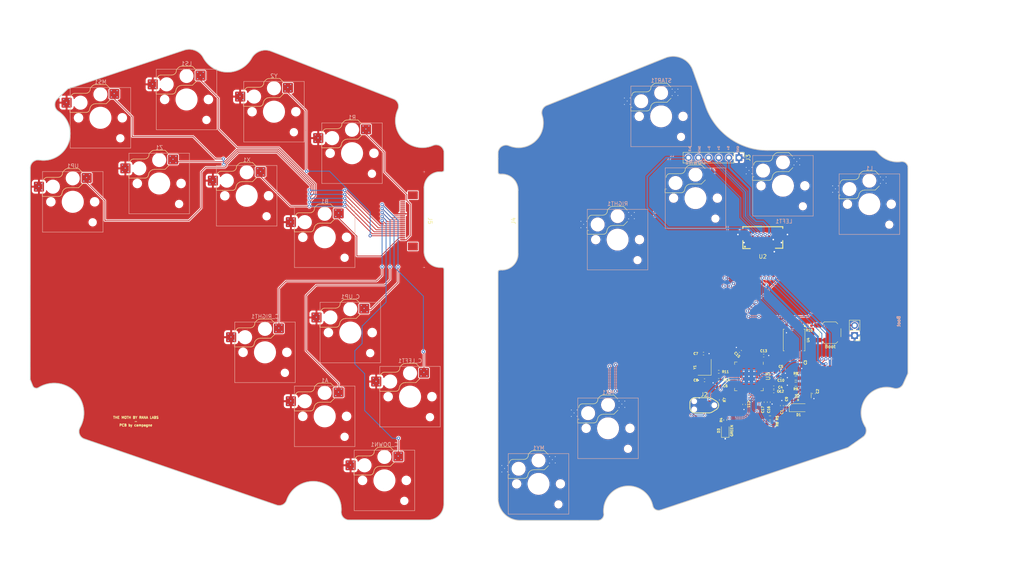
<source format=kicad_pcb>
(kicad_pcb (version 20240108) (generator "pcbnew") (generator_version "8.0")
  (layers (0 "F.Cu" signal) (31 "B.Cu" signal) (34 "B.Paste" user) (35 "F.Paste" user) (36 "B.SilkS" user "B.Silkscreen") (37 "F.SilkS" user "F.Silkscreen") (38 "B.Mask" user) (39 "F.Mask" user) (44 "Edge.Cuts" user))
  (net 0 "")
  (net 1 "GND")
  (net 2 "+5V")
  (net 3 "+1V1")
  (net 4 "XTAL_IN")
  (net 5 "/XTAL_O")
  (net 6 "Net-(D1-A)")
  (net 7 "Net-(D3-A)")
  (net 8 "DATA")
  (net 9 "SWD")
  (net 10 "~{RESET}")
  (net 11 "SWCLK")
  (net 13 "PICO_LED")
  (net 14 "VBUS_SENSE")
  (net 15 "D+")
  (net 16 "/D_+")
  (net 17 "D-")
  (net 18 "/D_-")
  (net 19 "/~{USB_BOOT}")
  (net 20 "CS")
  (net 21 "XTAL_OUT")
  (net 22 "START")
  (net 24 "RIGHT")
  (net 25 "DOWN")
  (net 26 "LEFT")
  (net 27 "L")
  (net 28 "M1")
  (net 29 "M2")
  (net 35 "B")
  (net 36 "R")
  (net 38 "SD3")
  (net 39 "QSPI_CLK")
  (net 40 "SD0")
  (net 41 "SD2")
  (net 42 "SD1")
  (net 43 "3vDiode")
  (net 44 "C_UP RIBBON")
  (net 45 "C_LT RIBBON")
  (net 46 "UP RIBBON")
  (net 47 "MS RIBBON")
  (net 48 "C_DN RIBBON")
  (net 49 "B RIBBON")
  (net 50 "R RIBBON")
  (net 51 "A RIBBON")
  (net 52 "C_RT RIBBON")
  (net 53 "Z RIBBON")
  (net 54 "LS RIBBON")
  (net 55 "A")
  (net 56 "C_DN")
  (net 57 "C_LT")
  (net 58 "C_RT")
  (net 59 "C_UP")
  (net 60 "Y RIBBON")
  (net 62 "X RIBBON")
  (net 68 "X")
  (net 69 "Z")
  (net 72 "LS")
  (net 74 "UP")
  (net 75 "Y")
  (net 77 "MS")
  (footprint "Capacitor_SMD:C_0402_1005Metric" (layer "F.Cu") (at 226.714471 119.968382)
    (property "Reference" "C4")
    (property "Value" "1uF")
  )
  (footprint "Resistor_SMD:R_0603_1608Metric" (layer "F.Cu") (at 232.230489 117.632632 180)
    (property "Reference" "R8")
    (property "Value" "27")
  )
  (footprint "Capacitor_SMD:C_0402_1005Metric" (layer "F.Cu") (at 212.887239 118.091632 180)
    (property "Reference" "C14")
    (property "Value" "100nF")
  )
  (footprint "Capacitor_SMD:C_0402_1005Metric" (layer "F.Cu") (at 218.332471 110.951382 135)
    (property "Reference" "C15")
    (property "Value" "100nF")
  )
  (footprint "Resistor_SMD:R_0402_1005Metric" (layer "F.Cu") (at 235.650489 104.472632 180)
    (property "Reference" "R10")
    (property "Value" "1k")
  )
  (footprint "Resistor_SMD:R_0402_1005Metric" (layer "F.Cu") (at 213.440489 123.122632 90)
    (property "Reference" "R7")
    (property "Value" "10k")
  )
  (footprint "Box Dependecies:FPC-SMD_X05A26H12G" (layer "F.Cu") (at 223.945011 83.101071 180)
    (property "Reference" "U2")
    (property "Value" "X05A26H12G")
  )
  (footprint "Package_TO_SOT_SMD:SOT-23" (layer "F.Cu") (at 234.550489 121.975132 90)
    (property "Reference" "U1")
    (property "Value" "XC6206")
  )
  (footprint "Resistor_SMD:R_0603_1608Metric" (layer "F.Cu") (at 232.230489 119.162632 180)
    (property "Reference" "R9")
    (property "Value" "27")
  )
  (footprint "Box Footprints:FPC-05F-30PH20" (layer "F.Cu") (at 138.360695 78.116634 -90)
    (property "Reference" "J5")
    (property "Value" "Right Ribbon")
  )
  (footprint "Button_Switch_SMD:SW_SPST_SKQG_WithStem" (layer "F.Cu") (at 240.870489 106.232632 180)
    (property "Reference" "SW1" (hide yes))
    (property "Value" "Boot")
  )
  (footprint "Box Footprints:RP2040-QFN-56" (layer "F.Cu") (at 220.475489 117.202632 -90)
    (property "Reference" "U3")
    (property "Value" "RP2040")
  )
  (footprint "Capacitor_SMD:C_0402_1005Metric" (layer "F.Cu") (at 228.508239 115.678632)
    (property "Reference" "C5")
    (property "Value" "100nF")
  )
  (footprint "Capacitor_SMD:C_0402_1005Metric" (layer "F.Cu") (at 209.315471 118.190382)
    (property "Reference" "C8")
    (property "Value" "22pF")
  )
  (footprint "Diode_SMD:D_SOD-123" (layer "F.Cu") (at 232.960489 125.072632)
    (property "Reference" "D1")
    (property "Value" "Schottky Diode")
  )
  (footprint "Capacitor_SMD:C_0402_1005Metric" (layer "F.Cu") (at 226.714471 120.984382)
    (property "Reference" "C12")
    (property "Value" "100nF")
  )
  (footprint "Capacitor_SMD:C_0402_1005Metric" (layer "F.Cu") (at 224.174471 111.967382)
    (property "Reference" "C13")
    (property "Value" "100nF")
  )
  (footprint "Box Footprints:FPC-05F-30PH20" (layer "F.Cu") (at 163.313 78.116634 90)
    (property "Reference" "J4")
    (property "Value" "Left Ribbon")
  )
  (footprint "Capacitor_SMD:C_0402_1005Metric" (layer "F.Cu") (at 209.061471 111.487632 180)
    (property "Reference" "C7")
    (property "Value" "22pF")
  )
  (footprint "Capacitor_SMD:C_0402_1005Metric" (layer "F.Cu") (at 229.945489 124.542632 90)
    (property "Reference" "C9")
    (property "Value" "10uF")
  )
  (footprint "Connector_PinHeader_2.54mm:PinHeader_1x02_P2.54mm_Vertical" (layer "F.Cu") (at 247.029287 106.947548 180)
    (property "Reference" "J1" (hide yes))
    (property "Value" "Conn_01x02" (hide yes))
  )
  (footprint "PCM_marbastlib-various:CON_TC2030_outlined" (layer "F.Cu") (at 209.250489 124.472632 180)
    (property "Reference" "J2")
    (property "Value" "JTAG_TC2030")
  )
  (footprint "Connector_PinHeader_2.54mm:PinHeader_1x06_P2.54mm_Vertical" (layer "F.Cu") (at 217.962 62.257066 -90)
    (property "Reference" "J3")
    (property "Value" "DuPont Connector" (hide yes))
  )
  (footprint "Resistor_SMD:R_0402_1005Metric" (layer "F.Cu") (at 212.887239 116.059632)
    (property "Reference" "R11")
    (property "Value" "1k")
  )
  (footprint "LED_SMD:LED_0805_2012Metric" (layer "F.Cu") (at 214.519287 130.850048 90)
    (property "Reference" "D3")
    (property "Value" "GREEN")
  )
  (footprint "Capacitor_SMD:C_0402_1005Metric" (layer "F.Cu") (at 225.460239 123.679632 -90)
    (property "Reference" "C16")
    (property "Value" "100nF")
  )
  (footprint "Package_SO:SOIC-8_5.23x5.23mm_P1.27mm" (layer "F.Cu") (at 231.820489 108.072632 -90)
    (property "Reference" "U4")
    (property "Value" "W25Q128JVS")
  )
  (footprint "Capacitor_SMD:C_0402_1005Metric" (layer "F.Cu") (at 212.887239 119.615632 180)
    (property "Reference" "C6")
    (property "Value" "100nF")
  )
  (footprint "Resistor_SMD:R_0603_1608Metric" (layer "F.Cu") (at 225.765489 129.192632)
    (property "Reference" "R6")
    (property "Value" "10k")
  )
  (footprint "Capacitor_SMD:C_0402_1005Metric" (layer "F.Cu") (at 228.745489 124.542632 -90)
    (property "Reference" "C1")
    (property "Value" "1uF")
  )
  (footprint "Capacitor_SMD:C_0402_1005Metric" (layer "F.Cu") (at 236.790489 121.522632 90)
    (property "Reference" "C2")
    (property "Value" "1uF")
  )
  (footprint "Capacitor_SMD:C_0402_1005Metric" (layer "F.Cu") (at 233.730489 113.722632 -90)
    (property "Reference" "C3")
    (property "Value" "100nF")
  )
  (footprint "Capacitor_SMD:C_0402_1005Metric" (layer "F.Cu") (at 228.508239 117.202632)
    (property "Reference" "C10")
    (property "Value" "1uF")
  )
  (footprint "Resistor_SMD:R_0603_1608Metric" (layer "F.Cu") (at 225.765489 127.652632 180)
    (property "Reference" "R5")
    (property "Value" "5.6k")
  )
  (footprint "Capacitor_SMD:C_0402_1005Metric" (layer "F.Cu") (at 219.259287 124.257548 -90)
    (property "Reference" "C11")
    (property "Value" "100nF")
  )
  (footprint "Resistor_SMD:R_0402_1005Metric" (layer "F.Cu") (at 214.519287 128.167548 -90)
    (property "Reference" "R4")
    (property "Value" "470")
  )
  (footprint "Capacitor_SMD:C_0402_1005Metric" (layer "F.Cu") (at 223.936239 123.679632 -90)
    (property "Reference" "C17")
    (property "Value" "100nF")
  )
  (footprint "Crystal:Crystal_SMD_3225-4Pin_3.2x2.5mm" (layer "F.Cu") (at 209.331239 114.916632 90)
    (property "Reference" "Y1")
    (property "Value" "12MHz")
  )
  (footprint "Box Footprints:SW_Hotswap_Kailh_Choc_V1V2_THT" (layer "B.Cu") (at 120.748972 61.132258 180)
    (property "Reference" "R1")
    (property "Value" "R")
  )
  (footprint "Box Footprints:SW_Hotswap_Kailh_Choc_V1V2_THT" (layer "B.Cu") (at 113.877651 82.249559 180)
    (property "Reference" "B1")
    (property "Value" "B")
  )
  (footprint "Box Footprints:SW_Hotswap_Kailh_Choc_V1V2_THT" (layer "B.Cu") (at 101.128622 50.703637 180)
    (property "Reference" "Y2")
    (property "Value" "Y")
  )
  (footprint "Box Footprints:SW_Hotswap_Kailh_Choc_V1V2_THT" (layer "B.Cu") (at 185.073835 130.252732 180)
    (property "Reference" "MX1")
    (property "Value" "MX")
  )
  (footprint "Box Footprints:SW_Hotswap_Kailh_Choc_V1V2" (layer "B.Cu") (at 207.04 72.417066 180)
    (property "Reference" "DOWN1")
    (property "Value" "Down")
  )
  (footprint "Box Footprints:SW_Hotswap_Kailh_Choc_V1V2_THT" (layer "B.Cu") (at 120.311203 106.201968 180)
    (property "Reference" "C_UP1")
    (property "Value" "C Up")
  )
  (footprint "Box Footprints:SW_Hotswap_Kailh_Choc_V1V2_THT" (layer "B.Cu") (at 57.519649 52.232953 180)
    (property "Reference" "MS1")
    (property "Value" "MS")
  )
  (footprint "Box Footprints:SW_Hotswap_Kailh_Choc_V1V2_THT" (layer "B.Cu") (at 250.738416 73.935933 180)
    (property "Reference" "L1")
    (property "Value" "L")
  )
  (footprint "Box Footprints:SW_Hotswap_Kailh_Choc_V1V2_THT" (layer "B.Cu") (at 229.020747 69.311705 180)
    (property "Reference" "LEFT1")
    (property "Value" "Left")
  )
  (footprint "Box Footprints:SW_Hotswap_Kailh_Choc_V1V2_THT" (layer "B.Cu") (at 198.414863 51.872305 180)
    (property "Reference" "START1")
    (property "Value" "Start")
  )
  (footprint "Box Footprints:SW_Hotswap_Kailh_Choc_V1V2_THT" (layer "B.Cu") (at 72.29284 68.736298 180)
    (property "Reference" "Z1")
    (property "Value" "Z")
  )
  (footprint "Box Footprints:SW_Hotswap_Kailh_Choc_V1V2_THT" (layer "B.Cu") (at 113.873931 127.242453 180)
    (property "Reference" "A1")
    (property "Value" "A")
  )
  (footprint "Box Footprints:SW_Hotswap_Kailh_Choc_V1V2_THT" (layer "B.Cu") (at 50.572447 73.342234 180)
    (property "Reference" "UP1")
    (property "Value" "Up")
  )
  (footprint "Box Footprints:SW_Hotswap_Kailh_Choc_V1V2_THT" (layer "B.Cu") (at 128.882027 143.339423 180)
    (property "Reference" "C_DOWN1")
    (property "Value" "C Down")
  )
  (footprint "Box Footprints:SW_Hotswap_Kailh_Choc_V1V2_THT" (layer "B.Cu") (at 135.322423 122.304183 180)
    (property "Reference" "C_LEFT1")
    (property "Value" "C Left")
  )
  (footprint "Box Footprints:SW_Hotswap_Kailh_Choc_V1V2_THT" (layer "B.Cu") (at 167.607802 144.21425 180)
    (property "Reference" "MY1")
    (property "Value" "MY")
  )
  (footprint "Box Footprints:SW_Hotswap_Kailh_Choc_V1V2_THT" (layer "B.Cu") (at 94.27397 71.821242 180)
    (property "Reference" "X1")
    (property "Value" "X")
  )
  (footprint "Box Footprints:SW_Hotswap_Kailh_Choc_V1V2_THT" (layer "B.Cu") (at 187.473042 82.845467 180)
    (property "Reference" "RIGHT1")
    (property "Value" "Right")
  )
  (footprint "Box Footprints:SW_Hotswap_Kailh_Choc_V1V2_THT" (layer "B.Cu") (at 98.868141 111.162263 180)
    (property "Reference" "C_RIGHT1")
    (property "Value" "C Right")
  )
  (footprint "Box Footprints:SW_Hotswap_Kailh_Choc_V1V2_THT" (layer "B.Cu") (at 79.160301 47.621711 180)
    (property "Reference" "LS1")
    (property "Value" "LS")
  )
  (gr_arc (start 198.242815 150.806409) (mid 197.02398 150.685563) (end 196.301539 149.696501) (stroke (width 0.2)) (layer "Edge.Cuts"))
  (gr_line (start 143.354831 89.818543) (end 142.854834 89.818244) (stroke (width 0.2)) (layer "Edge.Cuts"))
  (gr_line (start 202.654547 149.335832) (end 245.335093 135.108983) (stroke (width 0.2)) (layer "Edge.Cuts"))
  (gr_line (start 162.45519 70.401114) (end 162.455219 70.401114) (stroke (width 0.2)) (layer "Edge.Cuts"))
  (gr_arc (start 46.936597 50.591831) (mid 49.467856 58.615871) (end 42.182035 62.824112) (stroke (width 0.2)) (layer "Edge.Cuts"))
  (gr_arc (start 95.509976 37.230679) (mid 89.396686 40.740124) (end 83.363381 37.094894) (stroke (width 0.2)) (layer "Edge.Cuts"))
  (gr_line (start 39.869451 118.020449) (end 40.503041 119.585666) (stroke (width 0.2)) (layer "Edge.Cuts"))
  (gr_line (start 143.8695 65.31621) (end 143.872096 60.98966) (stroke (width 0.2)) (layer "Edge.Cuts"))
  (gr_line (start 198.242815 150.806409) (end 202.386951 149.42503) (stroke (width 0.2)) (layer "Edge.Cuts"))
  (gr_arc (start 259.242533 119.102012) (mid 258.256221 120.097074) (end 256.859003 120.200845) (stroke (width 0.2)) (layer "Edge.Cuts"))
  (gr_line (start 197.025204 38.142844) (end 173.932384 47.401107) (stroke (width 0.2)) (layer "Edge.Cuts"))
  (gr_circle (center 138.854832 89.815848) (end 138.844832 89.815848) (stroke (width 0.0001)) (fill solid) (layer "Edge.Cuts"))
  (gr_line (start 157.432384 61.095214) (end 157.432384 62.470665) (stroke (width 0.2)) (layer "Edge.Cuts"))
  (gr_line (start 209.6341 49.420717) (end 206.432385 40.401107) (stroke (width 0.2)) (layer "Edge.Cuts"))
  (gr_line (start 131.179795 47.47125) (end 100.439985 35.48242) (stroke (width 0.2)) (layer "Edge.Cuts"))
  (gr_arc (start 141.083194 59.158091) (mid 142.969992 59.324203) (end 143.872096 60.98966) (stroke (width 0.2)) (layer "Edge.Cuts"))
  (gr_line (start 157.432384 118.469114) (end 157.432384 147.901114) (stroke (width 0.2)) (layer "Edge.Cuts"))
  (gr_arc (start 157.432384 90.963114) (mid 157.5764 90.611953) (end 157.925538 90.463161) (stroke (width 0.2)) (layer "Edge.Cuts"))
  (gr_line (start 78.578568 35.200272) (end 49.327322 44.950687) (stroke (width 0.2)) (layer "Edge.Cuts"))
  (gr_line (start 251.673144 60.401108) (end 225.183504 60.401108) (stroke (width 0.2)) (layer "Edge.Cuts"))
  (gr_arc (start 143.819208 149.303142) (mid 142.650265 152.136373) (end 139.819212 153.310543) (stroke (width 0.2)) (layer "Edge.Cuts"))
  (gr_line (start 53.471577 132.938243) (end 101.79205 149.572669) (stroke (width 0.2)) (layer "Edge.Cuts"))
  (gr_line (start 202.386951 149.42503) (end 202.654547 149.335832) (stroke (width 0.2)) (layer "Edge.Cuts"))
  (gr_arc (start 53.471577 132.938243) (mid 52.252623 131.756526) (end 52.381111 130.063651) (stroke (width 0.2)) (layer "Edge.Cuts"))
  (gr_arc (start 143.354831 89.818543) (mid 143.708284 89.965211) (end 143.854532 90.318842) (stroke (width 0.2)) (layer "Edge.Cuts"))
  (gr_arc (start 39.878179 64.800615) (mid 40.575947 63.283) (end 42.182035 62.824112) (stroke (width 0.2)) (layer "Edge.Cuts"))
  (gr_circle (center 143.854831 89.818843) (end 143.844831 89.818843) (stroke (width 0.0001)) (fill solid) (layer "Edge.Cuts"))
  (gr_arc (start 251.673144 60.401108) (mid 252.316395 60.546058) (end 252.835368 60.95283) (stroke (width 0.2)) (layer "Edge.Cuts"))
  (gr_arc (start 183.994571 151.726523) (mid 189.179486 144.839593) (end 196.301539 149.696501) (stroke (width 0.2)) (layer "Edge.Cuts"))
  (gr_line (start 138.866807 69.813218) (end 138.866806 69.813218) (stroke (width 0.2)) (layer "Edge.Cuts"))
  (gr_arc (start 143.8695 65.31621) (mid 143.722825 65.669648) (end 143.369197 65.815913) (stroke (width 0.2)) (layer "Edge.Cuts"))
  (gr_arc (start 41.954905 120.055367) (mid 51.051545 121.0138) (end 52.381111 130.063651) (stroke (width 0.2)) (layer "Edge.Cuts"))
  (gr_arc (start 162.932384 153.401114) (mid 159.04329 151.790199) (end 157.432384 147.901114) (stroke (width 0.2)) (layer "Edge.Cuts"))
  (gr_arc (start 104.327474 148.337836) (mid 112.409357 143.753761) (end 118.012282 151.165767) (stroke (width 0.2)) (layer "Edge.Cuts"))
  (gr_line (start 143.819208 149.303142) (end 143.854532 90.318842) (stroke (width 0.2)) (layer "Edge.Cuts"))
  (gr_arc (start 183.994571 151.726523) (mid 183.625434 152.898093) (end 182.504767 153.401114) (stroke (width 0.2)) (layer "Edge.Cuts"))
  (gr_arc (start 249.651727 129.747576) (mid 249.920162 131.201615) (end 249.116433 132.442736) (stroke (width 0.2)) (layer "Edge.Cuts"))
  (gr_arc (start 199.485715 37.156388) (mid 203.594012 37.241835) (end 206.382365 40.260197) (stroke (width 0.2)) (layer "Edge.Cuts"))
  (gr_line (start 260.432386 116.401108) (end 260.432384 64.711918) (stroke (width 0.2)) (layer "Edge.Cuts"))
  (gr_arc (start 157.432384 61.095214) (mid 158.323261 59.430972) (end 160.202211 59.249275) (stroke (width 0.2)) (layer "Edge.Cuts"))
  (gr_arc (start 258.713672 63.233133) (mid 259.910741 63.580045) (end 260.432384 64.711918) (stroke (width 0.2)) (layer "Edge.Cuts"))
  (gr_arc (start 142.854834 89.818244) (mid 140.027098 88.644987) (end 138.857227 85.815851) (stroke (width 0.2)) (layer "Edge.Cuts"))
  (gr_arc (start 78.578568 35.200272) (mid 81.316114 35.275939) (end 83.363381 37.094894) (stroke (width 0.2)) (layer "Edge.Cuts"))
  (gr_arc (start 168.503114 51.58942) (mid 168.593076 50.123087) (end 169.660566 49.113744) (stroke (width 0.2)) (layer "Edge.Cuts"))
  (gr_arc (start 138.866807 69.813218) (mid 140.040058 66.985464) (end 142.869204 65.815613) (stroke (width 0.2)) (layer "Edge.Cuts"))
  (gr_line (start 259.242533 119.102012) (end 260.424557 116.477089) (stroke (width 0.2)) (layer "Edge.Cuts"))
  (gr_arc (start 258.713672 63.233133) (mid 255.473435 62.869149) (end 252.835368 60.95283) (stroke (width 0.2)) (layer "Edge.Cuts"))
  (gr_line (start 158.509989 90.455133) (end 157.925538 90.463136) (stroke (width 0.2)) (layer "Edge.Cuts"))
  (gr_arc (start 162.455219 86.455514) (mid 161.302929 89.264486) (end 158.509989 90.455133) (stroke (width 0.2)) (layer "Edge.Cuts"))
  (gr_line (start 157.432384 62.470665) (end 157.432384 65.901108) (stroke (width 0.2)) (layer "Edge.Cuts"))
  (gr_line (start 173.932384 47.401107) (end 173.462937 47.589316) (stroke (width 0.2)) (layer "Edge.Cuts"))
  (gr_arc (start 168.503114 51.58942) (mid 166.808523 58.080735) (end 160.202211 59.249275) (stroke (width 0.2)) (layer "Edge.Cuts"))
  (gr_line (start 162.932384 153.401114) (end 177.875919 153.401114) (stroke (width 0.2)) (layer "Edge.Cuts"))
  (gr_line (start 138.857227 85.815851) (end 138.866806 69.813218) (stroke (width 0.2)) (layer "Edge.Cuts"))
  (gr_arc (start 120.006992 153.310543) (mid 118.5425 152.672604) (end 118.012282 151.165767) (stroke (width 0.2)) (layer "Edge.Cuts"))
  (gr_line (start 206.432385 40.401107) (end 206.382365 40.260197) (stroke (width 0.2)) (layer "Edge.Cuts"))
  (gr_line (start 260.424557 116.477089) (end 260.432386 116.401108) (stroke (width 0.2)) (layer "Edge.Cuts"))
  (gr_line (start 199.485715 37.156388) (end 197.025204 38.142844) (stroke (width 0.2)) (layer "Edge.Cuts"))
  (gr_line (start 157.932384 66.401108) (end 158.455184 66.401108) (stroke (width 0.2)) (layer "Edge.Cuts"))
  (gr_line (start 39.878179 64.800615) (end 39.869451 118.020449) (stroke (width 0.2)) (layer "Edge.Cuts"))
  (gr_arc (start 131.179795 47.47125) (mid 132.305774 48.581154) (end 132.273965 50.161879) (stroke (width 0.2)) (layer "Edge.Cuts"))
  (gr_line (start 245.335093 135.108983) (end 249.116433 132.442736) (stroke (width 0.2)) (layer "Edge.Cuts"))
  (gr_line (start 142.869204 65.815613) (end 143.369197 65.815913) (stroke (width 0.2)) (layer "Edge.Cuts"))
  (gr_line (start 177.875919 153.401114) (end 182.504767 153.401114) (stroke (width 0.2)) (layer "Edge.Cuts"))
  (gr_arc (start 104.327474 148.337836) (mid 103.31447 149.478234) (end 101.79205 149.572669) (stroke (width 0.2)) (layer "Edge.Cuts"))
  (gr_circle (center 138.869201 65.813218) (end 138.859201 65.813218) (stroke (width 0.0001)) (fill solid) (layer "Edge.Cuts"))
  (gr_arc (start 249.651727 129.747576) (mid 249.962063 122.48795) (end 256.859003 120.200845) (stroke (width 0.2)) (layer "Edge.Cuts"))
  (gr_circle (center 143.8692 65.816212) (end 143.8592 65.816212) (stroke (width 0.0001)) (fill solid) (layer "Edge.Cuts"))
  (gr_arc (start 46.936597 50.591831) (mid 46.055134 49.103257) (end 46.664388 47.484107) (stroke (width 0.2)) (layer "Edge.Cuts"))
  (gr_arc (start 158.455184 66.401108) (mid 161.283609 67.57268) (end 162.45519 70.401114) (stroke (width 0.2)) (layer "Edge.Cuts"))
  (gr_line (start 162.455219 70.401114) (end 162.455219 86.455514) (stroke (width 0.2)) (layer "Edge.Cuts"))
  (gr_line (start 49.327322 44.950687) (end 46.664388 47.484107) (stroke (width 0.2)) (layer "Edge.Cuts"))
  (gr_arc (start 95.509976 37.230679) (mid 97.649616 35.439056) (end 100.439985 35.48242) (stroke (width 0.2)) (layer "Edge.Cuts"))
  (gr_line (start 157.925538 90.463161) (end 157.925538 90.463136) (stroke (width 0.2)) (layer "Edge.Cuts"))
  (gr_arc (start 41.954905 120.055367) (mid 41.120162 120.156873) (end 40.503041 119.585666) (stroke (width 0.2)) (layer "Edge.Cuts"))
  (gr_arc (start 141.083194 59.158091) (mid 133.596759 57.677751) (end 132.273965 50.161879) (stroke (width 0.2)) (layer "Edge.Cuts"))
  (gr_arc (start 225.183504 60.401108) (mid 215.665709 57.379309) (end 209.6341 49.420717) (stroke (width 0.2)) (layer "Edge.Cuts"))
  (gr_line (start 120.006992 153.310543) (end 139.819212 153.310543) (stroke (width 0.2)) (layer "Edge.Cuts"))
  (gr_arc (start 157.932384 66.401108) (mid 157.578826 66.254658) (end 157.432384 65.901108) (stroke (width 0.2)) (layer "Edge.Cuts"))
  (gr_line (start 157.432384 90.963114) (end 157.432384 118.469114) (stroke (width 0.2)) (layer "Edge.Cuts"))
  (gr_line (start 173.462937 47.589316) (end 169.660566 49.113744) (stroke (width 0.2)) (layer "Edge.Cuts"))
  (gr_text "Boot" (at 258.581798 101.881416 90) (layer "B.SilkS") (effects (font (size 0.8 0.8) (thickness 0.2) (bold yes)) (justify left bottom mirror)))
  (gr_text "3v3\n\n\nDATA\n\n\nD-\n\n\nD+\n\n\n5+\n\n\nGND" (at 218 59.25 90) (layer "B.SilkS") (effects (font (size 0.5 0.5) (thickness 0.125) (bold yes)) (justify left bottom mirror)))
  (gr_text "THE MOTH BY RANA LABS\n-\nPCB by campagne" (at 66.42 128.511066 0) (layer "F.SilkS") (effects (font (size 0.6 0.6))))
  (segment (start 177.701226 110.085112) (end 177.701226 114.93702) (width 0.25) (layer "F.Cu") (net 0))
  (segment (start 188.67 103.761066) (end 184.025272 103.761066) (width 0.25) (layer "F.Cu") (net 0))
  (segment (start 184.025272 103.761066) (end 177.701226 110.085112) (width 0.25) (layer "F.Cu") (net 0))
  (segment (start 219.259921 83.565145) (end 219.232 83.593066) (width 0.2) (layer "F.Cu") (net 1))
  (segment (start 210.458471 111.487632) (end 209.541471 111.487632) (width 0.381) (layer "F.Cu") (net 1))
  (segment (start 208.481239 115.769654) (end 210.181239 114.069654) (width 0.254) (layer "F.Cu") (net 1))
  (segment (start 215.573148 115.894535) (end 211.66667 111.988057) (width 0.2) (layer "F.Cu") (net 1))
  (segment (start 229.920489 104.510132) (end 229.920489 106.235132) (width 0.5) (layer "F.Cu") (net 1))
  (segment (start 228.988239 115.678632) (end 228.988239 117.202632) (width 0.5) (layer "F.Cu") (net 1))
  (segment (start 227.194471 120.984382) (end 228.111471 120.984382) (width 0.2) (layer "F.Cu") (net 1))
  (segment (start 226.852 85.879066) (end 226.695024 85.72209) (width 0.2) (layer "F.Cu") (net 1))
  (segment (start 207.980489 123.837632) (end 207.980489 122.635371) (width 0.25) (layer "F.Cu") (net 1))
  (segment (start 228.745489 124.062632) (end 228.745489 123.282632) (width 0.5) (layer "F.Cu") (net 1))
  (segment (start 124.043204 68.732258) (end 116.323972 68.732258) (width 0.2) (layer "F.Cu") (net 1))
  (segment (start 219.259921 81.561066) (end 219.259921 83.565145) (width 0.2) (layer "F.Cu") (net 1))
  (segment (start 173.92 80.261066) (end 177.757443 80.261066) (width 0.25) (layer "F.Cu") (net 1))
  (segment (start 219.259287 124.737548) (end 219.259287 125.497548) (width 0.5) (layer "F.Cu") (net 1))
  (segment (start 217.037989 116.202632) (end 216.31696 116.202632) (width 0.2) (layer "F.Cu") (net 1))
  (segment (start 228.63 81.561066) (end 228.63 83.593066) (width 0.2) (layer "F.Cu") (net 1))
  (segment (start 224.654471 111.967382) (end 225.444471 111.967382) (width 0.381) (layer "F.Cu") (net 1))
  (segment (start 217.99306 110.611971) (end 217.316471 109.935382) (width 0.381) (layer "F.Cu") (net 1))
  (segment (start 229.945489 124.062632) (end 228.745489 124.062632) (width 0.5) (layer "F.Cu") (net 1))
  (segment (start 112.248972 64.657258) (end 112.248972 57.332258) (width 0.2) (layer "F.Cu") (net 1))
  (segment (start 226.300489 124.159382) (end 225.460489 124.159382) (width 0.381) (layer "F.Cu") (net 1))
  (segment (start 226.695024 85.72209) (end 226.695024 84.641076) (width 0.2) (layer "F.Cu") (net 1))
  (segment (start 208.835471 118.190382) (end 207.791471 118.190382) (width 0.381) (layer "F.Cu") (net 1))
  (segment (start 116.323972 68.732258) (end 112.248972 64.657258) (width 0.2) (layer "F.Cu") (net 1))
  (segment (start 219.259921 81.561066) (end 217.708 81.561066) (width 0.2) (layer "F.Cu") (net 1))
  (segment (start 177.757443 80.261066) (end 178.973042 79.045467) (width 0.25) (layer "F.Cu") (net 1))
  (segment (start 226.695024 84.641076) (end 226.194897 84.641076) (width 0.2) (layer "F.Cu") (net 1))
  (segment (start 208.835471 118.190382) (end 208.835471 116.370864) (width 0.381) (layer "F.Cu") (net 1))
  (segment (start 225.460239 124.159632) (end 223.936239 124.159632) (width 0.381) (layer "F.Cu") (net 1))
  (segment (start 236.790489 122.002632) (end 236.790489 122.782632) (width 0.5) (layer "F.Cu") (net 1))
  (segment (start 170.025568 76.366634) (end 173.92 80.261066) (width 0.25) (layer "F.Cu") (net 1))
  (segment (start 219.259287 125.497548) (end 219.229287 125.527548) (width 0.5) (layer "F.Cu") (net 1))
  (segment (start 226.194897 84.641076) (end 226.194897 83.234169) (width 0.2) (layer "F.Cu") (net 1))
  (segment (start 133.460695 76.366634) (end 131.67758 76.366634) (width 0.2) (layer "F.Cu") (net 1))
  (segment (start 228.63 81.561066) (end 230.154 81.561066) (width 0.2) (layer "F.Cu") (net 1))
  (segment (start 214.519287 131.787548) (end 214.519287 132.878048) (width 0.5) (layer "F.Cu") (net 1))
  (segment (start 226.194897 83.234169) (end 226.344 83.085066) (width 0.2) (layer "F.Cu") (net 1))
  (segment (start 236.790489 122.782632) (end 236.800489 122.792632) (width 0.5) (layer "F.Cu") (net 1))
  (segment (start 131.67758 76.366634) (end 124.043204 68.732258) (width 0.2) (layer "F.Cu") (net 1))
  (segment (start 233.730489 114.202632) (end 233.730489 115.212632) (width 0.5) (layer "F.Cu") (net 1))
  (segment (start 168.213 76.366634) (end 170.025568 76.366634) (width 0.25) (layer "F.Cu") (net 1))
  (segment (start 228.745489 123.282632) (end 228.735489 123.272632) (width 0.5) (layer "F.Cu") (net 1))
  (via (at 229.895489 125.882632) (size 0.6) (drill 0.3) (layers "F.Cu" "B.Cu") (net 1))
  (via (at 230.154 81.561066) (size 0.8) (drill 0.4) (layers "F.Cu" "B.Cu") (net 1))
  (via (at 219.229287 125.527548) (size 0.6) (drill 0.3) (layers "F.Cu" "B.Cu") (net 1))
  (via (at 226.300489 124.159382) (size 0.6) (drill 0.3) (layers "F.Cu" "B.Cu") (net 1))
  (via (at 219.232 83.593066) (size 0.8) (drill 0.4) (layers "F.Cu" "B.Cu") (net 1))
  (via (at 211.474471 118.825382) (size 0.6) (drill 0.3) (layers "F.Cu" "B.Cu") (net 1))
  (via (at 228.111471 120.984382) (size 0.6) (drill 0.3) (layers "F.Cu" "B.Cu") (net 1))
  (via (at 228.63 83.593066) (size 0.8) (drill 0.4) (layers "F.Cu" "B.Cu") (net 1))
  (via (at 217.316471 109.935382) (size 0.6) (drill 0.3) (layers "F.Cu" "B.Cu") (net 1))
  (via (at 233.740489 115.222632) (size 0.6) (drill 0.3) (layers "F.Cu" "B.Cu") (net 1))
  (via (at 207.791471 118.190382) (size 0.6) (drill 0.3) (layers "F.Cu" "B.Cu") (net 1))
  (via (at 230.127596 119.428632) (size 0.6) (drill 0.3) (layers "F.Cu" "B.Cu") (net 1))
  (via (at 225.444471 111.967382) (size 0.6) (drill 0.3) (layers "F.Cu" "B.Cu") (net 1))
  (via (at 217.708 81.561066) (size 0.8) (drill 0.4) (layers "F.Cu" "B.Cu") (net 1))
  (via (at 230.127596 117.523632) (size 0.6) (drill 0.3) (layers "F.Cu" "B.Cu") (net 1))
  (via (at 228.735489 123.272632) (size 0.6) (drill 0.3) (layers "F.Cu" "B.Cu") (net 1))
  (via (at 207.980489 122.635371) (size 0.6) (drill 0.3) (layers "F.Cu" "B.Cu") (net 1))
  (via (at 214.519287 132.878048) (size 0.8) (drill 0.4) (layers "F.Cu" "B.Cu") (net 1))
  (via (at 229.635471 116.412382) (size 0.6) (drill 0.3) (layers "F.Cu" "B.Cu") (net 1))
  (via (at 236.800489 122.792632) (size 0.6) (drill 0.3) (layers "F.Cu" "B.Cu") (net 1))
  (via (at 229.905489 106.250132) (size 0.6) (drill 0.3) (layers "F.Cu" "B.Cu") (net 1))
  (via (at 226.852 85.879066) (size 0.8) (drill 0.4) (layers "F.Cu" "B.Cu") (net 1))
  (via (at 226.598 82.831066) (size 0.8) (drill 0.4) (layers "F.Cu" "B.Cu") (net 1))
  (via (at 210.458471 111.487632) (size 0.6) (drill 0.3) (layers "F.Cu" "B.Cu") (net 1))
  (arc (start 216.31696 116.202632) (mid 215.914412 116.12256) (end 215.573148 115.894535) (width 0.2) (layer "F.Cu") (net 1))
  (arc (start 210.458471 111.487632) (mid 211.112373 111.617688) (end 211.66667 111.988057) (width 0.2) (layer "F.Cu") (net 1))
  (segment (start 219.200489 118.477632) (end 221.750489 118.477632) (width 0.635) (layer "B.Cu") (net 1))
  (segment (start 219.500489 116.227632) (end 219.500489 118.177632) (width 0.635) (layer "B.Cu") (net 1))
  (segment (start 219.200489 115.927632) (end 219.500489 116.227632) (width 0.635) (layer "B.Cu") (net 1))
  (segment (start 221.750489 118.477632) (end 221.750489 115.927632) (width 0.635) (layer "B.Cu") (net 1))
  (segment (start 219.200489 115.927632) (end 221.750489 115.927632) (width 0.635) (layer "B.Cu") (net 1))
  (segment (start 221.750489 117.202632) (end 219.200489 117.202632) (width 0.635) (layer "B.Cu") (net 1))
  (segment (start 220.475489 118.477632) (end 220.475489 115.927632) (width 0.635) (layer "B.Cu") (net 1))
  (segment (start 219.500489 118.177632) (end 219.200489 118.477632) (width 0.635) (layer "B.Cu") (net 1))
  (segment (start 225.582 84.653973) (end 225.582 91.03235) (width 0.5) (layer "F.Cu") (net 2))
  (segment (start 225.695024 84.641076) (end 225.549912 84.495964) (width 0.2) (layer "F.Cu") (net 2))
  (segment (start 227.634905 127.652632) (end 226.590489 127.652632) (width 0.5) (layer "F.Cu") (net 2))
  (segment (start 226.836003 92.280987) (end 226.836003 92.483066) (width 0.5) (layer "F.Cu") (net 2))
  (segment (start 225.695024 84.641076) (end 225.194897 84.641076) (width 0.2) (layer "F.Cu") (net 2))
  (segment (start 229.153281 128.425424) (end 228.907697 128.17984) (width 0.5) (layer "F.Cu") (net 2))
  (segment (start 240.822 118.137066) (end 240.822 112.819063) (width 0.5) (layer "F.Cu") (net 2))
  (segment (start 237.040489 121.037632) (end 234.550489 121.037632) (width 0.5) (layer "F.Cu") (net 2))
  (segment (start 225.594897 84.641076) (end 225.582 84.653973) (width 0.5) (layer "F.Cu") (net 2))
  (segment (start 237.040489 128.952632) (end 230.426073 128.952632) (width 0.5) (layer "F.Cu") (net 2))
  (segment (start 226.188082 91.633066) (end 226.836003 92.280987) (width 0.5) (layer "F.Cu") (net 2))
  (segment (start 238.040489 122.037632) (end 238.040489 127.952632) (width 0.5) (layer "F.Cu") (net 2))
  (segment (start 225.549912 84.495964) (end 225.549912 81.547401) (width 0.5) (layer "F.Cu") (net 2))
  (segment (start 237.685568 121.273498) (end 240.822 118.137066) (width 0.5) (layer "F.Cu") (net 2))
  (segment (start 225.582 91.03235) (end 226.182716 91.633066) (width 0.5) (layer "F.Cu") (net 2))
  (segment (start 240.822 112.819063) (end 240.806003 112.803066) (width 0.5) (layer "F.Cu") (net 2))
  (segment (start 226.182716 91.633066) (end 226.188082 91.633066) (width 0.5) (layer "F.Cu") (net 2))
  (via (at 240.806003 112.803066) (size 0.8) (drill 0.4) (layers "F.Cu" "B.Cu") (net 2))
  (via (at 226.836003 92.483066) (size 0.8) (drill 0.4) (layers "F.Cu" "B.Cu") (net 2))
  (via (at 225.549912 81.547401) (size 0.8) (drill 0.4) (layers "F.Cu" "B.Cu") (net 2))
  (arc (start 237.040489 121.037632) (mid 237.747596 121.330525) (end 238.040489 122.037632) (width 0.5) (layer "F.Cu") (net 2))
  (arc (start 229.153281 128.425424) (mid 229.737243 128.815615) (end 230.426073 128.952632) (width 0.5) (layer "F.Cu") (net 2))
  (arc (start 238.040489 127.952632) (mid 237.747596 128.659739) (end 237.040489 128.952632) (width 0.5) (layer "F.Cu") (net 2))
  (arc (start 228.907697 128.17984) (mid 228.323735 127.789649) (end 227.634905 127.652632) (width 0.5) (layer "F.Cu") (net 2))
  (segment (start 215.422 64.763066) (end 215.422 62.257066) (width 0.5) (layer "B.Cu") (net 2))
  (segment (start 240.806003 114.275145) (end 240.806003 106.453066) (width 0.5) (layer "B.Cu") (net 2))
  (segment (start 225.549912 81.547401) (end 225.549912 79.750978) (width 0.5) (layer "B.Cu") (net 2))
  (segment (start 240.806003 112.803066) (end 240.806003 114.275145) (width 0.5) (layer "B.Cu") (net 2))
  (segment (start 220.67 70.011066) (end 215.422 64.763066) (width 0.5) (layer "B.Cu") (net 2))
  (segment (start 224.058 78.259066) (end 222.261576 78.259066) (width 0.5) (layer "B.Cu") (net 2))
  (segment (start 225.549912 79.750978) (end 224.058 78.259066) (width 0.5) (layer "B.Cu") (net 2))
  (segment (start 222.261576 78.259066) (end 220.67 76.66749) (width 0.5) (layer "B.Cu") (net 2))
  (segment (start 240.806003 106.453066) (end 226.836003 92.483066) (width 0.5) (layer "B.Cu") (net 2))
  (segment (start 220.67 76.66749) (end 220.67 70.011066) (width 0.5) (layer "B.Cu") (net 2))
  (segment (start 226.603239 116.567632) (end 227.321855 115.849016) (width 0.381) (layer "F.Cu") (net 3))
  (segment (start 223.912989 119.002632) (end 224.544202 119.002632) (width 0.2) (layer "F.Cu") (net 3))
  (segment (start 213.413711 119.615632) (end 213.367239 119.615632) (width 0.2) (layer "F.Cu") (net 3))
  (segment (start 217.037989 117.802632) (end 215.889453 117.802632) (width 0.2) (layer "F.Cu") (net 3))
  (segment (start 226.603239 116.567632) (end 226.461132 116.709739) (width 0.2) (layer "F.Cu") (net 3))
  (segment (start 225.754025 117.002632) (end 223.912989 117.002632) (width 0.2) (layer "F.Cu") (net 3))
  (segment (start 223.912989 119.002632) (end 223.069239 119.002632) (width 0.2) (layer "F.Cu") (net 3))
  (segment (start 213.379471 120.476382) (end 213.367239 120.46415) (width 0.5) (layer "F.Cu") (net 3))
  (segment (start 213.367239 120.46415) (end 213.367239 119.615632) (width 0.5) (layer "F.Cu") (net 3))
  (segment (start 215.182346 118.095525) (end 213.837997 119.439874) (width 0.2) (layer "F.Cu") (net 3))
  (segment (start 225.781034 119.514945) (end 226.234471 119.968382) (width 0.2) (layer "F.Cu") (net 3))
  (segment (start 223.069239 119.002632) (end 222.920239 118.853632) (width 0.2) (layer "F.Cu") (net 3))
  (via (at 218.375989 117.809382) (size 0.6) (drill 0.35) (layers "F.Cu" "B.Cu") (net 3))
  (via (at 222.613239 117.936382) (size 0.6) (drill 0.35) (layers "F.Cu" "B.Cu") (net 3))
  (via (at 213.379471 120.476382) (size 0.6) (drill 0.3) (layers "F.Cu" "B.Cu") (net 3))
  (via (at 226.603239 116.567632) (size 0.6) (drill 0.3) (layers "F.Cu" "B.Cu") (net 3))
  (arc (start 227.321855 115.849016) (mid 227.510581 115.722914) (end 227.733239 115.678632) (width 0.381) (layer "F.Cu") (net 3))
  (arc (start 215.182346 118.095525) (mid 215.506769 117.878752) (end 215.889453 117.802632) (width 0.2) (layer "F.Cu") (net 3))
  (arc (start 213.837997 119.439874) (mid 213.643328 119.56995) (end 213.413711 119.615632) (width 0.2) (layer "F.Cu") (net 3))
  (arc (start 225.781034 119.514945) (mid 225.213571 119.135778) (end 224.544202 119.002632) (width 0.2) (layer "F.Cu") (net 3))
  (arc (start 226.461132 116.709739) (mid 226.136709 116.926512) (end 225.754025 117.002632) (width 0.2) (layer "F.Cu") (net 3))
  (segment (start 224.396203 116.567632) (end 226.603239 116.567632) (width 0.381) (layer "B.Cu") (net 3))
  (segment (start 222.613239 117.936382) (end 223.689096 116.860525) (width 0.381) (layer "B.Cu") (net 3))
  (segment (start 213.379471 120.172614) (end 213.379471 120.476382) (width 0.381) (layer "B.Cu") (net 3))
  (segment (start 215.035596 118.102275) (end 213.672364 119.465507) (width 0.381) (layer "B.Cu") (net 3))
  (segment (start 218.375989 117.809382) (end 215.742703 117.809382) (width 0.381) (layer "B.Cu") (net 3))
  (arc (start 215.035596 118.102275) (mid 215.360019 117.885502) (end 215.742703 117.809382) (width 0.381) (layer "B.Cu") (net 3))
  (arc (start 223.689096 116.860525) (mid 224.013519 116.643752) (end 224.396203 116.567632) (width 0.381) (layer "B.Cu") (net 3))
  (arc (start 213.672364 119.465507) (mid 213.455591 119.78993) (end 213.379471 120.172614) (width 0.381) (layer "B.Cu") (net 3))
  (segment (start 208.581471 111.487632) (end 208.581471 113.7164) (width 0.2) (layer "F.Cu") (net 4))
  (segment (start 210.913622 112.503632) (end 210.440991 112.503632) (width 0.2) (layer "F.Cu") (net 4))
  (segment (start 217.037989 116.602632) (end 216.13267 116.602632) (width 0.2) (layer "F.Cu") (net 4))
  (segment (start 215.421778 116.308171) (end 212.114772 113.001165) (width 0.2) (layer "F.Cu") (net 4))
  (segment (start 209.196934 113.018937) (end 208.481239 113.734632) (width 0.2) (layer "F.Cu") (net 4))
  (arc (start 210.913622 112.503632) (mid 211.56368 112.632937) (end 212.114772 113.001165) (width 0.2) (layer "F.Cu") (net 4))
  (arc (start 210.440991 112.503632) (mid 209.767712 112.637555) (end 209.196934 113.018937) (width 0.2) (layer "F.Cu") (net 4))
  (arc (start 216.13267 116.602632) (mid 215.747938 116.526104) (end 215.421778 116.308171) (width 0.2) (layer "F.Cu") (net 4))
  (segment (start 209.795471 118.190382) (end 209.795471 116.4024) (width 0.2) (layer "F.Cu") (net 5))
  (segment (start 210.224239 116.059632) (end 212.377239 116.059632) (width 0.2) (layer "F.Cu") (net 5))
  (segment (start 234.759926 125.040864) (end 234.642257 125.040864) (width 0.5) (layer "F.Cu") (net 6))
  (segment (start 235.500489 122.912632) (end 235.500489 124.072632) (width 0.5) (layer "F.Cu") (net 6))
  (segment (start 234.642257 125.040864) (end 234.610489 125.072632) (width 0.5) (layer "F.Cu") (net 6))
  (arc (start 235.500489 124.072632) (mid 235.293842 124.681393) (end 234.759926 125.040864) (width 0.5) (layer "F.Cu") (net 6))
  (segment (start 214.519287 129.912548) (end 214.519287 128.677548) (width 0.2) (layer "F.Cu") (net 7))
  (segment (start 222.695024 84.641076) (end 222.194897 84.641076) (width 0.25) (layer "F.Cu") (net 8))
  (segment (start 222.695024 84.641076) (end 222.695024 91.322918) (width 0.25) (layer "F.Cu") (net 8))
  (segment (start 222.695024 84.641076) (end 222.695024 81.72209) (width 0.25) (layer "F.Cu") (net 8))
  (segment (start 222.695024 81.72209) (end 222.534 81.561066) (width 0.25) (layer "F.Cu") (net 8))
  (segment (start 223.363 91.990894) (end 223.363 92.010072) (width 0.25) (layer "F.Cu") (net 8))
  (segment (start 223.363 92.010072) (end 223.835994 92.483066) (width 0.25) (layer "F.Cu") (net 8))
  (segment (start 222.695024 91.322918) (end 223.363 91.990894) (width 0.25) (layer "F.Cu") (net 8))
  (segment (start 222.990489 123.394668) (end 222.990489 124.182632) (width 0.2) (layer "F.Cu") (net 8))
  (segment (start 222.275489 120.640132) (end 222.275489 121.85124) (width 0.2) (layer "F.Cu") (net 8))
  (segment (start 222.568382 122.558347) (end 222.697596 122.687561) (width 0.2) (layer "F.Cu") (net 8))
  (via (at 222.534 81.561066) (size 0.8) (drill 0.4) (layers "F.Cu" "B.Cu") (net 8))
  (via (at 223.835994 92.483066) (size 0.8) (drill 0.4) (layers "F.Cu" "B.Cu") (net 8))
  (via (at 223.002489 124.145746) (size 0.6) (drill 0.3) (layers "F.Cu" "B.Cu") (net 8))
  (arc (start 222.990489 123.394668) (mid 222.914369 123.011985) (end 222.697596 122.687561) (width 0.2) (layer "F.Cu") (net 8))
  (arc (start 222.275489 121.85124) (mid 222.351609 122.233923) (end 222.568382 122.558347) (width 0.2) (layer "F.Cu") (net 8))
  (segment (start 227.04313 127.851107) (end 233.115489 121.778748) (width 0.25) (layer "B.Cu") (net 8))
  (segment (start 223.835994 97.84906) (end 223.835994 92.483066) (width 0.25) (layer "B.Cu") (net 8))
  (segment (start 233.115489 121.778748) (end 233.115489 114.963748) (width 0.25) (layer "B.Cu") (net 8))
  (segment (start 222.534 81.561066) (end 222.243 81.270066) (width 0.25) (layer "B.Cu") (net 8))
  (segment (start 218.42 72.367066) (end 208.31 62.257066) (width 0.25) (layer "B.Cu") (net 8))
  (segment (start 218.42 77.250364) (end 218.42 72.367066) (width 0.25) (layer "B.Cu") (net 8))
  (segment (start 227.04313 129.662632) (end 227.04313 127.851107) (width 0.25) (layer "B.Cu") (net 8))
  (segment (start 233.456 114.623237) (end 233.456 107.469066) (width 0.25) (layer "B.Cu") (net 8))
  (segment (start 208.31 62.257066) (end 207.802 62.257066) (width 0.25) (layer "B.Cu") (net 8))
  (segment (start 233.115489 114.963748) (end 233.456 114.623237) (width 0.25) (layer "B.Cu") (net 8))
  (segment (start 233.456 107.469066) (end 223.835994 97.84906) (width 0.25) (layer "B.Cu") (net 8))
  (segment (start 222.990489 124.182632) (end 222.990489 124.830873) (width 0.25) (layer "B.Cu") (net 8))
  (segment (start 222.243 81.270066) (end 222.243 81.073364) (width 0.25) (layer "B.Cu") (net 8))
  (segment (start 222.243 81.073364) (end 218.42 77.250364) (width 0.25) (layer "B.Cu") (net 8))
  (segment (start 224.420088 128.282231) (end 224.92181 128.783953) (width 0.25) (layer "B.Cu") (net 8))
  (arc (start 224.92181 128.783953) (mid 225.89508 129.434271) (end 227.04313 129.662632) (width 0.25) (layer "B.Cu") (net 8))
  (arc (start 222.990489 124.830873) (mid 223.362029 126.698734) (end 224.420088 128.282231) (width 0.25) (layer "B.Cu") (net 8))
  (segment (start 217.037989 118.602632) (end 216.315421 118.602632) (width 0.2) (layer "F.Cu") (net 9))
  (segment (start 205.893628 126.065771) (end 206.577618 126.749761) (width 0.2) (layer "F.Cu") (net 9))
  (segment (start 209.908695 127.314426) (end 210.097596 127.125525) (width 0.2) (layer "F.Cu") (net 9))
  (segment (start 215.247431 119.727696) (end 215.247431 119.849799) (width 0.2) (layer "F.Cu") (net 9))
  (segment (start 214.827671 120.863188) (end 214.154368 121.536491) (width 0.2) (layer "F.Cu") (net 9))
  (segment (start 215.608316 118.895523) (end 215.580725 118.923114) (width 0.2) (layer "F.Cu") (net 9))
  (segment (start 205.874357 122.328764) (end 205.859423 122.343698) (width 0.2) (layer "F.Cu") (net 9))
  (segment (start 208.540062 127.562632) (end 209.309473 127.562632) (width 0.2) (layer "F.Cu") (net 9))
  (segment (start 212.948758 122.035871) (end 206.581518 122.035871) (width 0.2) (layer "F.Cu") (net 9))
  (segment (start 210.390489 126.418418) (end 210.390489 125.082632) (width 0.2) (layer "F.Cu") (net 9))
  (segment (start 205.260489 123.789652) (end 205.260489 124.537239) (width 0.2) (layer "F.Cu") (net 9))
  (arc (start 210.097596 127.125525) (mid 210.314369 126.801101) (end 210.390489 126.418418) (width 0.2) (layer "F.Cu") (net 9))
  (arc (start 209.309473 127.562632) (mid 209.63377 127.498125) (end 209.908695 127.314426) (width 0.2) (layer "F.Cu") (net 9))
  (arc (start 215.608316 118.895523) (mid 215.932739 118.678752) (end 216.315421 118.602632) (width 0.2) (layer "F.Cu") (net 9))
  (arc (start 205.859423 122.343698) (mid 205.416147 123.007107) (end 205.260489 123.789652) (width 0.2) (layer "F.Cu") (net 9))
  (arc (start 214.154368 121.536491) (mid 213.601229 121.906086) (end 212.948758 122.035871) (width 0.2) (layer "F.Cu") (net 9))
  (arc (start 215.247431 119.849799) (mid 215.138339 120.398241) (end 214.827671 120.863188) (width 0.2) (layer "F.Cu") (net 9))
  (arc (start 206.581518 122.035871) (mid 206.198795 122.111997) (end 205.874357 122.328764) (width 0.2) (layer "F.Cu") (net 9))
  (arc (start 206.577618 126.749761) (mid 207.477995 127.351373) (end 208.540062 127.562632) (width 0.2) (layer "F.Cu") (net 9))
  (arc (start 215.580725 118.923114) (mid 215.334052 119.292255) (end 215.247431 119.727696) (width 0.2) (layer "F.Cu") (net 9))
  (arc (start 205.260489 124.537239) (mid 205.425036 125.364475) (end 205.893628 126.065771) (width 0.2) (layer "F.Cu") (net 9))
  (segment (start 217.037989 119.002632) (end 216.594556 119.002632) (width 0.2) (layer "F.Cu") (net 10))
  (segment (start 215.219364 121.083757) (end 214.344942 121.958179) (width 0.2) (layer "F.Cu") (net 10))
  (segment (start 213.191691 122.435871) (end 209.939017 122.435871) (width 0.2) (layer "F.Cu") (net 10))
  (segment (start 209.250489 123.124399) (end 209.250489 123.837632) (width 0.2) (layer "F.Cu") (net 10))
  (segment (start 209.514753 122.611607) (end 209.426225 122.700135) (width 0.2) (layer "F.Cu") (net 10))
  (segment (start 216.116886 119.200489) (end 215.916413 119.400962) (width 0.2) (layer "F.Cu") (net 10))
  (arc (start 213.191691 122.435871) (mid 213.815826 122.311723) (end 214.344942 121.958179) (width 0.2) (layer "F.Cu") (net 10))
  (arc (start 215.646951 120.0515) (mid 215.716982 119.699431) (end 215.916413 119.400962) (width 0.2) (layer "F.Cu") (net 10))
  (arc (start 209.939017 122.435871) (mid 209.709407 122.481543) (end 209.514753 122.611607) (width 0.2) (layer "F.Cu") (net 10))
  (arc (start 215.646951 120.0515) (mid 215.535825 120.610141) (end 215.219364 121.083757) (width 0.2) (layer "F.Cu") (net 10))
  (arc (start 209.426225 122.700135) (mid 209.296161 122.894789) (end 209.250489 123.124399) (width 0.2) (layer "F.Cu") (net 10))
  (arc (start 216.594556 119.002632) (mid 216.336043 119.054053) (end 216.116886 119.200489) (width 0.2) (layer "F.Cu") (net 10))
  (segment (start 209.250489 125.107632) (end 209.250489 126.933132) (width 0.2) (layer "F.Cu") (net 11))
  (segment (start 214.847911 119.699807) (end 214.847911 119.827134) (width 0.2) (layer "F.Cu") (net 11))
  (segment (start 212.836257 121.636351) (end 206.461874 121.636351) (width 0.2) (layer "F.Cu") (net 11))
  (segment (start 205.675257 121.962178) (end 205.510508 122.126927) (width 0.2) (layer "F.Cu") (net 11))
  (segment (start 204.860489 123.696213) (end 204.860489 124.639752) (width 0.2) (layer "F.Cu") (net 11))
  (segment (start 214.529142 120.596711) (end 213.951416 121.174437) (width 0.2) (layer "F.Cu") (net 11))
  (segment (start 209.250489 126.933132) (end 209.280489 126.963132) (width 0.2) (layer "F.Cu") (net 11))
  (segment (start 215.443311 118.495527) (end 215.278451 118.660387) (width 0.2) (layer "F.Cu") (net 11))
  (segment (start 205.737797 126.757762) (end 205.946578 126.966543) (width 0.2) (layer "F.Cu") (net 11))
  (segment (start 217.037989 118.202632) (end 216.150419 118.202632) (width 0.2) (layer "F.Cu") (net 11))
  (via (at 205.946578 126.966543) (size 0.6) (drill 0.3) (layers "F.Cu" "B.Cu") (net 11))
  (via (at 209.280489 126.963132) (size 0.6) (drill 0.3) (layers "F.Cu" "B.Cu") (net 11))
  (arc (start 215.278451 118.660387) (mid 214.959809 119.137266) (end 214.847911 119.699807) (width 0.2) (layer "F.Cu") (net 11))
  (arc (start 213.951416 121.174437) (mid 213.439777 121.516303) (end 212.836257 121.636351) (width 0.2) (layer "F.Cu") (net 11))
  (arc (start 214.847911 119.827134) (mid 214.765066 120.243626) (end 214.529142 120.596711) (width 0.2) (layer "F.Cu") (net 11))
  (arc (start 216.150419 118.202632) (mid 215.767735 118.278753) (end 215.443311 118.495527) (width 0.2) (layer "F.Cu") (net 11))
  (arc (start 205.510508 122.126927) (mid 205.029423 122.846922) (end 204.860489 123.696213) (width 0.2) (layer "F.Cu") (net 11))
  (arc (start 206.461874 121.636351) (mid 206.03616 121.721031) (end 205.675257 121.962178) (width 0.2) (layer "F.Cu") (net 11))
  (arc (start 204.860489 124.639752) (mid 205.088494 125.786011) (end 205.737797 126.757762) (width 0.2) (layer "F.Cu") (net 11))
  (segment (start 205.949989 126.963132) (end 205.946578 126.966543) (width 0.2) (layer "B.Cu") (net 11))
  (segment (start 209.280489 126.963132) (end 205.949989 126.963132) (width 0.2) (layer "B.Cu") (net 11))
  (segment (start 220.566578 122.666543) (end 220.935771 122.297381) (width 0.2) (layer "F.Cu") (net 13))
  (segment (start 221.075489 121.96009) (end 221.075489 120.640132) (width 0.2) (layer "F.Cu") (net 13))
  (segment (start 215.559287 127.667548) (end 215.549287 127.657548) (width 0.2) (layer "F.Cu") (net 13))
  (segment (start 215.549287 127.657548) (end 214.519287 127.657548) (width 0.2) (layer "F.Cu") (net 13))
  (segment (start 220.486578 122.666543) (end 220.566578 122.666543) (width 0.2) (layer "F.Cu") (net 13))
  (via (at 220.474989 122.666543) (size 0.6) (drill 0.3) (layers "F.Cu" "B.Cu") (net 13))
  (via (at 215.559287 127.667548) (size 0.6) (drill 0.3) (layers "F.Cu" "B.Cu") (net 13))
  (arc (start 220.935771 122.297381) (mid 221.039178 122.142632) (end 221.075489 121.96009) (width 0.2) (layer "F.Cu") (net 13))
  (segment (start 220.474989 125.667548) (end 220.474989 122.666543) (width 0.2) (layer "B.Cu") (net 13))
  (segment (start 215.559287 127.667548) (end 218.474989 127.667548) (width 0.2) (layer "B.Cu") (net 13))
  (arc (start 220.474989 125.667548) (mid 219.889203 127.081762) (end 218.474989 127.667548) (width 0.2) (layer "B.Cu") (net 13))
  (segment (start 224.474989 128.412632) (end 224.940489 128.412632) (width 0.2) (layer "F.Cu") (net 14))
  (segment (start 220.675489 120.640132) (end 220.675489 121.362527) (width 0.2) (layer "F.Cu") (net 14))
  (segment (start 224.940489 128.412632) (end 224.940489 127.652632) (width 0.2) (layer "F.Cu") (net 14))
  (segment (start 222.474989 125.957548) (end 222.474989 126.412632) (width 0.2) (layer "F.Cu") (net 14))
  (segment (start 224.940489 129.192632) (end 224.940489 128.412632) (width 0.2) (layer "F.Cu") (net 14))
  (via (at 222.474989 125.957548) (size 0.6) (drill 0.3) (layers "F.Cu" "B.Cu") (net 14))
  (via (at 220.474989 121.846543) (size 0.6) (drill 0.3) (layers "F.Cu" "B.Cu") (net 14))
  (arc (start 220.675489 121.362527) (mid 220.623387 121.624462) (end 220.474989 121.846543) (width 0.2) (layer "F.Cu") (net 14))
  (arc (start 224.474989 128.412632) (mid 223.060775 127.826846) (end 222.474989 126.412632) (width 0.2) (layer "F.Cu") (net 14))
  (segment (start 221.529287 122.646543) (end 221.529287 125.157548) (width 0.2) (layer "B.Cu") (net 14))
  (segment (start 220.474989 121.846543) (end 220.729287 121.846543) (width 0.2) (layer "B.Cu") (net 14))
  (segment (start 222.329287 125.957548) (end 222.474989 125.957548) (width 0.2) (layer "B.Cu") (net 14))
  (arc (start 221.529287 122.646543) (mid 221.294972 122.080858) (end 220.729287 121.846543) (width 0.2) (layer "B.Cu") (net 14))
  (arc (start 221.529287 125.157548) (mid 221.763602 125.723233) (end 222.329287 125.957548) (width 0.2) (layer "B.Cu") (net 14))
  (segment (start 224.695024 81.706087) (end 224.550003 81.561066) (width 0.2) (layer "F.Cu") (net 15))
  (segment (start 233.055489 117.632632) (end 234.976434 117.632632) (width 0.2) (layer "F.Cu") (net 15))
  (segment (start 224.194897 84.641076) (end 224.695024 84.641076) (width 0.2) (layer "F.Cu") (net 15))
  (segment (start 234.976434 117.632632) (end 239.806 112.803066) (width 0.2) (layer "F.Cu") (net 15))
  (segment (start 225.836 92.483066) (end 224.194897 90.841963) (width 0.2) (layer "F.Cu") (net 15))
  (segment (start 224.695024 84.641076) (end 224.695024 81.706087) (width 0.2) (layer "F.Cu") (net 15))
  (segment (start 224.194897 90.841963) (end 224.194897 84.641076) (width 0.2) (layer "F.Cu") (net 15))
  (via (at 239.806 112.803066) (size 0.8) (drill 0.4) (layers "F.Cu" "B.Cu") (net 15))
  (via (at 224.550003 81.561066) (size 0.8) (drill 0.4) (layers "F.Cu" "B.Cu") (net 15))
  (via (at 225.836 92.483066) (size 0.8) (drill 0.4) (layers "F.Cu" "B.Cu") (net 15))
  (segment (start 224.25 81.271116) (end 224.25 79.228884) (width 0.2) (layer "B.Cu") (net 15))
  (segment (start 220.12 76.895308) (end 220.12 70.711066) (width 0.2) (layer "B.Cu") (net 15))
  (segment (start 220.12 70.711066) (end 212.882 63.473066) (width 0.2) (layer "B.Cu") (net 15))
  (segment (start 223.830182 78.809066) (end 222.033758 78.809066) (width 0.2) (layer "B.Cu") (net 15))
  (segment (start 239.806 106.453066) (end 225.836 92.483066) (width 0.2) (layer "B.Cu") (net 15))
  (segment (start 222.033758 78.809066) (end 220.12 76.895308) (width 0.2) (layer "B.Cu") (net 15))
  (segment (start 239.806 112.803066) (end 239.806 106.453066) (width 0.2) (layer "B.Cu") (net 15))
  (segment (start 212.882 63.473066) (end 212.882 62.257066) (width 0.2) (layer "B.Cu") (net 15))
  (segment (start 224.25 79.228884) (end 223.830182 78.809066) (width 0.2) (layer "B.Cu") (net 15))
  (segment (start 231.245804 117.675424) (end 231.270596 117.650632) (width 0.2) (layer "F.Cu") (net 16))
  (segment (start 223.912989 118.202632) (end 229.973012 118.202632) (width 0.2) (layer "F.Cu") (net 16))
  (segment (start 231.270596 117.650632) (end 231.461596 117.650632) (width 0.2) (layer "F.Cu") (net 16))
  (arc (start 231.245804 117.675424) (mid 230.661842 118.065615) (end 229.973012 118.202632) (width 0.2) (layer "F.Cu") (net 16))
  (segment (start 223.695024 84.641076) (end 223.695024 81.70609) (width 0.2) (layer "F.Cu") (net 17))
  (segment (start 232.948 116.359066) (end 235.234 116.359066) (width 0.2) (layer "F.Cu") (net 17))
  (segment (start 235.234 116.359066) (end 238.79 112.803066) (width 0.2) (layer "F.Cu") (net 17))
  (segment (start 233.055489 119.162632) (end 232.227332 118.334475) (width 0.2) (layer "F.Cu") (net 17))
  (segment (start 223.695024 81.70609) (end 223.55 81.561066) (width 0.2) (layer "F.Cu") (net 17))
  (segment (start 224.835997 92.483066) (end 223.695024 91.342093) (width 0.2) (layer "F.Cu") (net 17))
  (segment (start 223.695024 84.641076) (end 223.194897 84.641076) (width 0.2) (layer "F.Cu") (net 17))
  (segment (start 232.227332 117.079734) (end 232.948 116.359066) (width 0.2) (layer "F.Cu") (net 17))
  (segment (start 232.227332 118.334475) (end 232.227332 117.079734) (width 0.2) (layer "F.Cu") (net 17))
  (segment (start 223.695024 91.342093) (end 223.695024 84.641076) (width 0.2) (layer "F.Cu") (net 17))
  (via (at 238.79 112.803066) (size 0.8) (drill 0.4) (layers "F.Cu" "B.Cu") (net 17))
  (via (at 223.55 81.561066) (size 0.8) (drill 0.4) (layers "F.Cu" "B.Cu") (net 17))
  (via (at 224.835997 92.483066) (size 0.8) (drill 0.4) (layers "F.Cu" "B.Cu") (net 17))
  (segment (start 238.79 106.437069) (end 224.835997 92.483066) (width 0.2) (layer "B.Cu") (net 17))
  (segment (start 223.234 81.271116) (end 219.071975 77.109091) (width 0.2) (layer "B.Cu") (net 17))
  (segment (start 223.55 81.561066) (end 223.234 81.561066) (width 0.2) (layer "B.Cu") (net 17))
  (segment (start 219.071975 70.987041) (end 210.342 62.257066) (width 0.2) (layer "B.Cu") (net 17))
  (segment (start 219.071975 77.109091) (end 219.071975 70.987041) (width 0.2) (layer "B.Cu") (net 17))
  (segment (start 223.234 81.561066) (end 223.234 81.271116) (width 0.2) (layer "B.Cu") (net 17))
  (segment (start 238.79 112.803066) (end 238.79 106.437069) (width 0.2) (layer "B.Cu") (net 17))
  (segment (start 223.912989 118.602632) (end 230.017012 118.602632) (width 0.2) (layer "F.Cu") (net 18))
  (arc (start 230.017012 118.602632) (mid 230.705842 118.739649) (end 231.289804 119.12984) (width 0.2) (layer "F.Cu") (net 18))
  (segment (start 246.729371 104.382632) (end 247.029287 104.682548) (width 0.2) (layer "F.Cu") (net 19))
  (segment (start 237.770489 104.382632) (end 243.970489 104.382632) (width 0.2) (layer "F.Cu") (net 19))
  (segment (start 237.680489 104.472632) (end 237.770489 104.382632) (width 0.2) (layer "F.Cu") (net 19))
  (segment (start 243.970489 104.382632) (end 246.729371 104.382632) (width 0.5) (layer "F.Cu") (net 19))
  (segment (start 236.160489 104.472632) (end 237.680489 104.472632) (width 0.2) (layer "F.Cu") (net 19))
  (segment (start 223.94322 114.602632) (end 224.19248 114.602627) (width 0.2) (layer "F.Cu") (net 20))
  (segment (start 233.725489 104.472632) (end 235.140489 104.472632) (width 0.2) (layer "F.Cu") (net 20))
  (segment (start 223.912989 114.602632) (end 223.94322 114.602632) (width 0.2) (layer "F.Cu") (net 20))
  (segment (start 228.72288 103.454555) (end 228.153592 104.023843) (width 0.2) (layer "F.Cu") (net 20))
  (segment (start 227.275393 110.066366) (end 227.275393 106.697728) (width 0.2) (layer "F.Cu") (net 20))
  (segment (start 227.274913 106.145163) (end 227.274913 106.697248) (width 0.2) (layer "F.Cu") (net 20))
  (segment (start 225.247007 114.165816) (end 225.810927 113.601896) (width 0.2) (layer "F.Cu") (net 20))
  (segment (start 232.199824 102.842632) (end 230.200191 102.842632) (width 0.2) (layer "F.Cu") (net 20))
  (segment (start 233.725489 104.472632) (end 233.725489 104.368297) (width 0.2) (layer "F.Cu") (net 20))
  (arc (start 224.19248 114.602627) (mid 224.763186 114.489098) (end 225.247007 114.165816) (width 0.2) (layer "F.Cu") (net 20))
  (arc (start 227.275393 110.066366) (mid 226.89479 111.979781) (end 225.810927 113.601896) (width 0.2) (layer "F.Cu") (net 20))
  (arc (start 230.200191 102.842632) (mid 229.400676 103.001665) (end 228.72288 103.454555) (width 0.2) (layer "F.Cu") (net 20))
  (arc (start 232.199824 102.842632) (mid 233.278632 103.289489) (end 233.725489 104.368297) (width 0.2) (layer "F.Cu") (net 20))
  (arc (start 228.153592 104.023843) (mid 227.503274 104.997113) (end 227.274913 106.145163) (width 0.2) (layer "F.Cu") (net 20))
  (segment (start 215.069453 117.002632) (end 217.037989 117.002632) (width 0.2) (layer "F.Cu") (net 21))
  (segment (start 213.800107 116.1475) (end 214.362346 116.709739) (width 0.2) (layer "F.Cu") (net 21))
  (segment (start 213.397239 116.059632) (end 213.587975 116.059632) (width 0.2) (layer "F.Cu") (net 21))
  (arc (start 213.587975 116.059632) (mid 213.70278 116.082468) (end 213.800107 116.1475) (width 0.2) (layer "F.Cu") (net 21))
  (arc (start 215.069453 117.002632) (mid 214.68677 116.926512) (end 214.362346 116.709739) (width 0.2) (layer "F.Cu") (net 21))
  (segment (start 206.489863 51.597305) (end 206.489863 56.572305) (width 0.2) (layer "F.Cu") (net 22))
  (segment (start 201.014863 46.122305) (end 206.489863 51.597305) (width 0.2) (layer "F.Cu") (net 22))
  (segment (start 196.67 79.319066) (end 202.976 85.625066) (width 0.2) (layer "F.Cu") (net 22))
  (segment (start 207.548 85.625066) (end 214.406 92.483066) (width 0.2) (layer "F.Cu") (net 22))
  (segment (start 196.67 66.392168) (end 196.67 79.319066) (width 0.2) (layer "F.Cu") (net 22))
  (segment (start 222.275489 99.563443) (end 216.592914 93.880868) (width 0.2) (layer "F.Cu") (net 22))
  (segment (start 206.489863 56.572305) (end 196.67 66.392168) (width 0.2) (layer "F.Cu") (net 22))
  (segment (start 222.275489 112.832657) (end 222.275489 99.563443) (width 0.2) (layer "F.Cu") (net 22))
  (segment (start 222.675489 113.232657) (end 222.275489 112.832657) (width 0.2) (layer "F.Cu") (net 22))
  (segment (start 202.976 85.625066) (end 207.548 85.625066) (width 0.2) (layer "F.Cu") (net 22))
  (segment (start 222.675489 113.765132) (end 222.675489 113.232657) (width 0.2) (layer "F.Cu") (net 22))
  (via (at 216.592914 93.880868) (size 0.8) (drill 0.4) (layers "F.Cu" "B.Cu") (net 22))
  (via (at 214.406 92.483066) (size 0.8) (drill 0.4) (layers "F.Cu" "B.Cu") (net 22))
  (segment (start 215.195112 92.483066) (end 214.406 92.483066) (width 0.2) (layer "B.Cu") (net 22))
  (segment (start 216.592914 93.880868) (end 215.195112 92.483066) (width 0.2) (layer "B.Cu") (net 22))
  (segment (start 207.182401 87.545467) (end 200.523042 87.545467) (width 0.2) (layer "F.Cu") (net 24))
  (segment (start 200.523042 87.545467) (end 190.073042 77.095467) (width 0.2) (layer "F.Cu") (net 24))
  (segment (start 214.152 94.515066) (end 207.182401 87.545467) (width 0.2) (layer "F.Cu") (net 24))
  (segment (start 221.875489 100.570339) (end 215.817608 94.512458) (width 0.2) (layer "F.Cu") (net 24))
  (segment (start 221.875489 113.765132) (end 221.875489 100.570339) (width 0.2) (layer "F.Cu") (net 24))
  (via (at 215.817608 94.512458) (size 0.8) (drill 0.4) (layers "F.Cu" "B.Cu") (net 24))
  (via (at 214.152 94.515066) (size 0.8) (drill 0.4) (layers "F.Cu" "B.Cu") (net 24))
  (segment (start 214.154608 94.512458) (end 214.152 94.515066) (width 0.2) (layer "B.Cu") (net 24))
  (segment (start 215.817608 94.512458) (end 214.154608 94.512458) (width 0.2) (layer "B.Cu") (net 24))
  (segment (start 215.115 77.117066) (end 215.115 72.142066) (width 0.2) (layer "F.Cu") (net 25))
  (segment (start 215.115 94.799801) (end 215.115 77.117066) (width 0.2) (layer "F.Cu") (net 25))
  (segment (start 215.115 72.142066) (end 209.64 66.667066) (width 0.2) (layer "F.Cu") (net 25))
  (segment (start 221.475489 101.16029) (end 215.115 94.799801) (width 0.2) (layer "F.Cu") (net 25))
  (segment (start 221.475489 113.765132) (end 221.475489 101.16029) (width 0.2) (layer "F.Cu") (net 25))
  (segment (start 221.075489 113.765132) (end 221.075489 101.750241) (width 0.2) (layer "F.Cu") (net 26))
  (segment (start 222.280531 98.578535) (end 237.095747 83.763319) (width 0.2) (layer "F.Cu") (net 26))
  (segment (start 237.095747 74.011705) (end 237.095747 69.036705) (width 0.2) (layer "F.Cu") (net 26))
  (segment (start 237.095747 83.763319) (end 237.095747 74.011705) (width 0.2) (layer "F.Cu") (net 26))
  (segment (start 237.095747 69.036705) (end 231.620747 63.561705) (width 0.2) (layer "F.Cu") (net 26))
  (segment (start 221.075489 101.750241) (end 220.092157 100.766909) (width 0.2) (layer "F.Cu") (net 26))
  (via (at 222.280531 98.578535) (size 0.8) (drill 0.4) (layers "F.Cu" "B.Cu") (net 26))
  (via (at 220.092157 100.766909) (size 0.8) (drill 0.4) (layers "F.Cu" "B.Cu") (net 26))
  (segment (start 220.092157 100.766909) (end 222.280531 98.578535) (width 0.2) (layer "B.Cu") (net 26))
  (segment (start 253.338416 68.185933) (end 258.813416 73.660933) (width 0.2) (layer "F.Cu") (net 27))
  (segment (start 235.339283 102.135066) (end 258.838416 78.635933) (width 0.2) (layer "F.Cu") (net 27))
  (segment (start 258.813416 73.660933) (end 258.813416 78.635933) (width 0.2) (layer "F.Cu") (net 27))
  (segment (start 220.675489 113.765132) (end 220.675489 102.450884) (width 0.2) (layer "F.Cu") (net 27))
  (segment (start 222.975489 102.135066) (end 235.339283 102.135066) (width 0.2) (layer "F.Cu") (net 27))
  (segment (start 220.675489 102.450884) (end 220.375489 102.150884) (width 0.2) (layer "F.Cu") (net 27))
  (via (at 220.375489 102.150884) (size 0.8) (drill 0.4) (layers "F.Cu" "B.Cu") (net 27))
  (via (at 222.975489 102.135066) (size 0.8) (drill 0.4) (layers "F.Cu" "B.Cu") (net 27))
  (segment (start 220.375489 102.150884) (end 220.391307 102.135066) (width 0.2) (layer "B.Cu") (net 27))
  (segment (start 220.391307 102.135066) (end 222.975489 102.135066) (width 0.2) (layer "B.Cu") (net 27))
  (segment (start 201.761832 106.847548) (end 194.04736 114.56202) (width 0.2) (layer "F.Cu") (net 28))
  (segment (start 188.573835 121.664901) (end 188.573835 124.252732) (width 0.2) (layer "F.Cu") (net 28))
  (segment (start 187.818982 120.910048) (end 188.573835 121.664901) (width 0.2) (layer "F.Cu") (net 28))
  (segment (start 194.04736 114.56202) (end 187.274 114.56202) (width 0.2) (layer "F.Cu") (net 28))
  (segment (start 187.274 114.56202) (end 186.974 114.26202) (width 0.2) (layer "F.Cu") (net 28))
  (segment (start 217.009287 106.847548) (end 201.761832 106.847548) (width 0.2) (layer "F.Cu") (net 28))
  (segment (start 186.741018 120.910048) (end 187.818982 120.910048) (width 0.2) (layer "F.Cu") (net 28))
  (segment (start 220.275489 110.11375) (end 217.009287 106.847548) (width 0.2) (layer "F.Cu") (net 28))
  (segment (start 220.275489 113.765132) (end 220.275489 110.11375) (width 0.2) (layer "F.Cu") (net 28))
  (via (at 186.974 114.26202) (size 0.8) (drill 0.4) (layers "F.Cu" "B.Cu") (net 28))
  (via (at 186.9519 120.910048) (size 0.8) (drill 0.4) (layers "F.Cu" "B.Cu") (net 28))
  (segment (start 186.974 114.26202) (end 186.974 120.677066) (width 0.2) (layer "B.Cu") (net 28))
  (segment (start 194.213046 114.96202) (end 185.45 114.96202) (width 0.2) (layer "F.Cu") (net 29))
  (segment (start 201.927518 107.247548) (end 194.213046 114.96202) (width 0.2) (layer "F.Cu") (net 29))
  (segment (start 185.45 120.931066) (end 185.196 121.185066) (width 0.2) (layer "F.Cu") (net 29))
  (segment (start 170.207802 127.791264) (end 170.207802 138.46425) (width 0.2) (layer "F.Cu") (net 29))
  (segment (start 216.176839 107.247548) (end 201.927518 107.247548) (width 0.2) (layer "F.Cu") (net 29))
  (segment (start 170.21 127.789066) (end 170.207802 127.791264) (width 0.2) (layer "F.Cu") (net 29))
  (segment (start 185.196 121.185066) (end 176.052 121.185066) (width 0.2) (layer "F.Cu") (net 29))
  (segment (start 185.45 114.96202) (end 185.45 114.66202) (width 0.2) (layer "F.Cu") (net 29))
  (segment (start 219.875489 113.765132) (end 219.875489 110.279436) (width 0.2) (layer "F.Cu") (net 29))
  (segment (start 216.015174 107.247548) (end 216.84359 107.247537) (width 0.2) (layer "F.Cu") (net 29))
  (segment (start 170.21 127.027066) (end 170.21 127.789066) (width 0.2) (layer "F.Cu") (net 29))
  (segment (start 219.875489 110.279436) (end 216.84359 107.247537) (width 0.2) (layer "F.Cu") (net 29))
  (segment (start 176.052 121.185066) (end 170.21 127.027066) (width 0.2) (layer "F.Cu") (net 29))
  (via (at 185.45 114.66202) (size 0.8) (drill 0.4) (layers "F.Cu" "B.Cu") (net 29))
  (via (at 185.45 120.931066) (size 0.8) (drill 0.4) (layers "F.Cu" "B.Cu") (net 29))
  (segment (start 185.45 114.66202) (end 185.45 120.931066) (width 0.2) (layer "B.Cu") (net 29))
  (segment (start 121.952651 81.974559) (end 116.477651 76.499559) (width 0.2) (layer "F.Cu") (net 35))
  (segment (start 128.00277 86.949559) (end 121.952651 86.949559) (width 0.2) (layer "F.Cu") (net 35))
  (segment (start 132.585695 82.366634) (end 128.00277 86.949559) (width 0.2) (layer "F.Cu") (net 35))
  (segment (start 133.460695 82.366634) (end 132.585695 82.366634) (width 0.2) (layer "F.Cu") (net 35))
  (segment (start 121.952651 86.949559) (end 121.952651 81.974559) (width 0.2) (layer "F.Cu") (net 35))
  (segment (start 135.412 73.902939) (end 134.485695 72.976634) (width 0.2) (layer "F.Cu") (net 36))
  (segment (start 134.485695 72.976634) (end 134.485695 71.493981) (width 0.2) (layer "F.Cu") (net 36))
  (segment (start 134.485695 71.493981) (end 128.823972 65.832258) (width 0.2) (layer "F.Cu") (net 36))
  (segment (start 134.335695 82.866634) (end 135.412 81.790329) (width 0.2) (layer "F.Cu") (net 36))
  (segment (start 128.823972 65.832258) (end 128.823972 60.857258) (width 0.2) (layer "F.Cu") (net 36))
  (segment (start 133.460695 82.866634) (end 134.335695 82.866634) (width 0.2) (layer "F.Cu") (net 36))
  (segment (start 135.412 81.790329) (end 135.412 73.902939) (width 0.2) (layer "F.Cu") (net 36))
  (segment (start 128.823972 60.857258) (end 123.348972 55.382258) (width 0.2) (layer "F.Cu") (net 36))
  (segment (start 224.789335 116.602632) (end 223.912989 116.602632) (width 0.2) (layer "F.Cu") (net 38))
  (segment (start 232.455489 111.672632) (end 232.455489 111.870279) (width 0.2) (layer "F.Cu") (net 38))
  (segment (start 232.103808 112.719313) (end 232.01407 112.809051) (width 0.2) (layer "F.Cu") (net 38))
  (segment (start 227.600755 114.637098) (end 226.233353 116.0045) (width 0.2) (layer "F.Cu") (net 38))
  (arc (start 224.789335 116.602632) (mid 225.570832 116.447183) (end 226.233353 116.0045) (width 0.2) (layer "F.Cu") (net 38))
  (arc (start 232.103808 112.719313) (mid 232.36409 112.329773) (end 232.455489 111.870279) (width 0.2) (layer "F.Cu") (net 38))
  (arc (start 231.136289 113.172632) (mid 231.611351 113.078141) (end 232.01407 112.809051) (width 0.2) (layer "F.Cu") (net 38))
  (arc (start 227.600755 114.637098) (mid 229.222872 113.553234) (end 231.136289 113.172632) (width 0.2) (layer "F.Cu") (net 38))
  (segment (start 229.833458 112.772632) (end 230.352642 112.772632) (width 0.2) (layer "F.Cu") (net 39))
  (segment (start 224.480101 116.202632) (end 223.912989 116.202632) (width 0.2) (layer "F.Cu") (net 39))
  (segment (start 228.240313 113.432534) (end 226.17033 115.502517) (width 0.2) (layer "F.Cu") (net 39))
  (segment (start 231.185489 112.427632) (end 231.185489 111.672632) (width 0.2) (layer "F.Cu") (net 39))
  (arc (start 231.185489 112.427632) (mid 230.803354 112.682979) (end 230.352642 112.772632) (width 0.2) (layer "F.Cu") (net 39))
  (arc (start 228.240313 113.432534) (mid 228.971254 112.944135) (end 229.833458 112.772632) (width 0.2) (layer "F.Cu") (net 39))
  (arc (start 224.480101 116.202632) (mid 225.394846 116.020678) (end 226.17033 115.502517) (width 0.2) (layer "F.Cu") (net 39))
  (segment (start 228.382849 112.724313) (end 229.094495 112.012667) (width 0.2) (layer "F.Cu") (net 40))
  (segment (start 228.382849 112.724992) (end 228.382849 112.724313) (width 0.2) (layer "F.Cu") (net 40))
  (segment (start 223.912989 115.802632) (end 224.389413 115.802632) (width 0.2) (layer "F.Cu") (net 40))
  (segment (start 225.952774 115.155067) (end 228.382849 112.724992) (width 0.2) (layer "F.Cu") (net 40))
  (arc (start 229.094495 112.012667) (mid 229.471135 111.761004) (end 229.915489 111.672632) (width 0.2) (layer "F.Cu") (net 40))
  (arc (start 225.952774 115.155067) (mid 225.235498 115.634335) (end 224.389413 115.802632) (width 0.2) (layer "F.Cu") (net 40))
  (segment (start 223.912989 115.402632) (end 224.364853 115.402632) (width 0.2) (layer "F.Cu") (net 41))
  (segment (start 228.074431 110.397336) (end 228.074431 109.692904) (width 0.2) (layer "F.Cu") (net 41))
  (segment (start 228.367324 108.985797) (end 230.436267 106.916854) (width 0.2) (layer "F.Cu") (net 41))
  (segment (start 231.185489 104.472632) (end 231.185489 105.108071) (width 0.2) (layer "F.Cu") (net 41))
  (segment (start 225.688458 114.854377) (end 226.609965 113.93287) (width 0.2) (layer "F.Cu") (net 41))
  (arc (start 226.609965 113.93287) (mid 227.693829 112.310753) (end 228.074431 110.397336) (width 0.2) (layer "F.Cu") (net 41))
  (arc (start 224.364853 115.402632) (mid 225.081183 115.260145) (end 225.688458 114.854377) (width 0.2) (layer "F.Cu") (net 41))
  (arc (start 228.367324 108.985797) (mid 228.150551 109.31022) (end 228.074431 109.692904) (width 0.2) (layer "F.Cu") (net 41))
  (arc (start 231.185489 105.108071) (mid 230.990772 106.086977) (end 230.436267 106.916854) (width 0.2) (layer "F.Cu") (net 41))
  (segment (start 232.455489 104.371846) (end 232.455489 104.472632) (width 0.2) (layer "F.Cu") (net 42))
  (segment (start 230.35199 103.242632) (end 231.326275 103.242632) (width 0.2) (layer "F.Cu") (net 42))
  (segment (start 227.674912 110.231851) (end 227.674913 106.310848) (width 0.2) (layer "F.Cu") (net 42))
  (segment (start 225.449046 114.528783) (end 226.210446 113.767383) (width 0.2) (layer "F.Cu") (net 42))
  (segment (start 232.033382 103.535525) (end 232.162596 103.664739) (width 0.2) (layer "F.Cu") (net 42))
  (segment (start 223.912989 115.002632) (end 224.305075 115.002632) (width 0.2) (layer "F.Cu") (net 42))
  (segment (start 228.553593 104.189528) (end 228.898386 103.844735) (width 0.2) (layer "F.Cu") (net 42))
  (arc (start 232.162596 103.664739) (mid 232.379369 103.989162) (end 232.455489 104.371846) (width 0.2) (layer "F.Cu") (net 42))
  (arc (start 224.305075 115.002632) (mid 224.924188 114.879483) (end 225.449046 114.528783) (width 0.2) (layer "F.Cu") (net 42))
  (arc (start 227.674913 106.310848) (mid 227.903275 105.162798) (end 228.553593 104.189528) (width 0.2) (layer "F.Cu") (net 42))
  (arc (start 226.210446 113.767383) (mid 227.294309 112.145267) (end 227.674912 110.231851) (width 0.2) (layer "F.Cu") (net 42))
  (arc (start 231.326275 103.242632) (mid 231.708958 103.318752) (end 232.033382 103.535525) (width 0.2) (layer "F.Cu") (net 42))
  (arc (start 230.35199 103.242632) (mid 229.565305 103.399113) (end 228.898386 103.844735) (width 0.2) (layer "F.Cu") (net 42))
  (segment (start 211.618956 123.382632) (end 212.837027 123.382632) (width 0.5) (layer "F.Cu") (net 43))
  (segment (start 222.788 92.637154) (end 222.788 92.610066) (width 0.5) (layer "F.Cu") (net 43))
  (segment (start 214.268471 117.555382) (end 214.421221 117.402632) (width 0.2) (layer "F.Cu") (net 43))
  (segment (start 223.912989 119.802632) (end 224.638507 119.802632) (width 0.2) (layer "F.Cu") (net 43))
  (segment (start 224.723397 117.685474) (end 224.825239 117.583632) (width 0.2) (layer "F.Cu") (net 43))
  (segment (start 213.732221 118.091632) (end 213.367239 118.091632) (width 0.5) (layer "F.Cu") (net 43))
  (segment (start 224.411912 94.261066) (end 222.788 92.637154) (width 0.5) (layer "F.Cu") (net 43))
  (segment (start 210.500489 123.035371) (end 210.500489 123.817632) (width 0.5) (layer "F.Cu") (net 43))
  (segment (start 231.310489 125.072632) (end 228.795489 125.072632) (width 0.5) (layer "F.Cu") (net 43))
  (segment (start 219.275989 111.9229) (end 218.685471 111.332382) (width 0.381) (layer "F.Cu") (net 43))
  (segment (start 226.234471 120.984382) (end 226.234471 121.813123) (width 0.5) (layer "F.Cu") (net 43))
  (segment (start 223.912989 117.802632) (end 224.440554 117.802632) (width 0.2) (layer "F.Cu") (net 43))
  (segment (start 223.057221 117.402632) (end 223.031471 117.428382) (width 0.2) (layer "F.Cu") (net 43))
  (segment (start 223.077897 120.64254) (end 223.077897 121.727922) (width 0.2) (layer "F.Cu") (net 43))
  (segment (start 223.912989 119.802632) (end 223.075489 120.640132) (width 0.2) (layer "F.Cu") (net 43))
  (segment (start 231.310489 122.687448) (end 231.310489 125.072632) (width 0.5) (layer "F.Cu") (net 43))
  (segment (start 227.095471 117.428382) (end 226.943071 117.580782) (width 0.2) (layer "F.Cu") (net 43))
  (segment (start 223.912989 117.802632) (end 223.319239 117.802632) (width 0.2) (layer "F.Cu") (net 43))
  (segment (start 223.075489 120.640132) (end 223.077897 120.64254) (width 0.2) (layer "F.Cu") (net 43))
  (segment (start 225.345614 120.095525) (end 226.234471 120.984382) (width 0.2) (layer "F.Cu") (net 43))
  (segment (start 219.475489 113.765132) (end 219.475489 112.404389) (width 0.2) (layer "F.Cu") (net 43))
  (segment (start 224.828089 117.580782) (end 224.825239 117.583632) (width 0.2) (layer "F.Cu") (net 43))
  (segment (start 226.893917 123.405167) (end 228.511382 125.022632) (width 0.5) (layer "F.Cu") (net 43))
  (segment (start 224.825239 117.583632) (end 224.761396 117.519789) (width 0.2) (layer "F.Cu") (net 43))
  (segment (start 221.417136 84.863315) (end 221.417136 81.66193) (width 0.5) (layer "F.Cu") (net 43))
  (segment (start 214.268471 117.555382) (end 213.732221 118.091632) (width 0.5) (layer "F.Cu") (net 43))
  (segment (start 226.943071 117.580782) (end 224.828089 117.580782) (width 0.2) (layer "F.Cu") (net 43))
  (segment (start 223.075489 113.765132) (end 223.075489 113.000578) (width 0.2) (layer "F.Cu") (net 43))
  (segment (start 224.82 94.261066) (end 224.411912 94.261066) (width 0.5) (layer "F.Cu") (net 43))
  (segment (start 219.475489 114.519882) (end 219.491239 114.535632) (width 0.2) (layer "F.Cu") (net 43))
  (segment (start 232.700489 113.242632) (end 233.730489 113.242632) (width 0.5) (layer "F.Cu") (net 43))
  (segment (start 228.795489 125.072632) (end 228.745489 125.022632) (width 0.5) (layer "F.Cu") (net 43))
  (segment (start 219.475489 120.640132) (end 219.475489 123.561346) (width 0.2) (layer "F.Cu") (net 43))
  (segment (start 219.475489 123.561346) (end 219.259287 123.777548) (width 0.2) (layer "F.Cu") (net 43))
  (segment (start 222.788 92.610066) (end 221.417136 91.239202) (width 0.5) (layer "F.Cu") (net 43))
  (segment (start 223.075489 114.9324) (end 223.158471 115.015382) (width 0.2) (layer "F.Cu") (net 43))
  (segment (start 223.075489 113.765132) (end 223.075489 114.9324) (width 0.2) (layer "F.Cu") (net 43))
  (segment (start 223.368382 112.293471) (end 223.694471 111.967382) (width 0.2) (layer "F.Cu") (net 43))
  (segment (start 223.912989 117.402632) (end 223.057221 117.402632) (width 0.2) (layer "F.Cu") (net 43))
  (segment (start 221.417136 81.66193) (end 221.518 81.561066) (width 0.5) (layer "F.Cu") (net 43))
  (segment (start 233.730489 113.242632) (end 233.730489 111.697632) (width 0.5) (layer "F.Cu") (net 43))
  (segment (start 227.095471 117.428382) (end 227.507489 117.428382) (width 0.2) (layer "F.Cu") (net 43))
  (segment (start 225.460239 123.199632) (end 223.936239 123.199632) (width 0.381) (layer "F.Cu") (net 43))
  (segment (start 221.417136 91.239202) (end 221.417136 84.863315) (width 0.5) (layer "F.Cu") (net 43))
  (segment (start 239.806 114.073066) (end 239.806 114.191937) (width 0.5) (layer "F.Cu") (net 43))
  (segment (start 223.912989 119.802632) (end 223.912989 119.402632) (width 0.2) (layer "F.Cu") (net 43))
  (segment (start 228.511382 125.022632) (end 228.745489 125.022632) (width 0.5) (layer "F.Cu") (net 43))
  (segment (start 224.478554 117.402632) (end 223.912989 117.402632) (width 0.2) (layer "F.Cu") (net 43))
  (segment (start 223.936239 122.904632) (end 223.936239 123.199632) (width 0.381) (layer "F.Cu") (net 43))
  (segment (start 223.368382 122.336775) (end 223.936239 122.904632) (width 0.2) (layer "F.Cu") (net 43))
  (segment (start 227.507489 117.428382) (end 227.733239 117.202632) (width 0.2) (layer "F.Cu") (net 43))
  (segment (start 219.475489 113.765132) (end 219.475489 114.519882) (width 0.2) (layer "F.Cu") (net 43))
  (segment (start 217.037989 117.402632) (end 217.767239 117.402632) (width 0.2) (layer "F.Cu") (net 43))
  (segment (start 239.806 114.191937) (end 231.310489 122.687448) (width 0.5) (layer "F.Cu") (net 43))
  (segment (start 214.421221 117.402632) (end 217.037989 117.402632) (width 0.2) (layer "F.Cu") (net 43))
  (via (at 239.806 114.073066) (size 0.8) (drill 0.4) (layers "F.Cu" "B.Cu") (net 43))
  (via (at 224.82 94.261066) (size 0.8) (drill 0.4) (layers "F.Cu" "B.Cu") (net 43))
  (via (at 221.518 81.561066) (size 0.8) (drill 0.4) (layers "F.Cu" "B.Cu") (net 43))
  (via (at 214.268471 117.555382) (size 0.6) (drill 0.3) (layers "F.Cu" "B.Cu") (net 43))
  (via (at 232.700489 113.242632) (size 0.6) (drill 0.3) (layers "F.Cu" "B.Cu") (net 43))
  (via (at 227.095471 117.428382) (size 0.6) (drill 0.3) (layers "F.Cu" "B.Cu") (net 43))
  (via (at 210.500489 123.035371) (size 0.6) (drill 0.3) (layers "F.Cu" "B.Cu") (net 43))
  (arc (start 226.893917 123.405167) (mid 226.405855 122.674731) (end 226.234471 121.813123) (width 0.5) (layer "F.Cu") (net 43))
  (arc (start 224.478554 117.402632) (mid 224.631627 117.43308) (end 224.761396 117.519789) (width 0.2) (layer "F.Cu") (net 43))
  (arc (start 213.440489 123.632632) (mid 213.163584 123.447589) (end 212.837027 123.382632) (width 0.5) (layer "F.Cu") (net 43))
  (arc (start 219.275989 111.9229) (mid 219.423669 112.143866) (end 219.475489 112.404389) (width 0.2) (layer "F.Cu") (net 43))
  (arc (start 224.440554 117.802632) (mid 224.593628 117.772184) (end 224.723397 117.685474) (width 0.2) (layer "F.Cu") (net 43))
  (arc (start 223.077897 121.727922) (mid 223.171501 122.057223) (end 223.368382 122.336775) (width 0.2) (layer "F.Cu") (net 43))
  (arc (start 225.345614 120.095525) (mid 225.021191 119.878752) (end 224.638507 119.802632) (width 0.2) (layer "F.Cu") (net 43))
  (arc (start 211.618956 123.382632) (mid 211.02447 123.500883) (end 210.520489 123.837632) (width 0.5) (layer "F.Cu") (net 43))
  (arc (start 223.368382 112.293471) (mid 223.151609 112.617894) (end 223.075489 113.000578) (width 0.2) (layer "F.Cu") (net 43))
  (segment (start 214.268471 117.555382) (end 210.793382 121.030471) (width 0.5) (layer "B.Cu") (net 43))
  (segment (start 194.92 67.011066) (end 199.674 62.257066) (width 0.5) (layer "B.Cu") (net 43))
  (segment (start 237.774 112.989148) (end 237.774 107.215066) (width 0.5) (layer "B.Cu") (net 43))
  (segment (start 199.674 62.257066) (end 205.262 62.257066) (width 0.5) (layer "B.Cu") (net 43))
  (segment (start 221.518 81.561066) (end 221.518 81.161537) (width 0.5) (layer "B.Cu") (net 43))
  (segment (start 237.774 107.215066) (end 224.82 94.261066) (width 0.5) (layer "B.Cu") (net 43))
  (segment (start 210.500489 121.737578) (end 210.500489 123.035371) (width 0.5) (layer "B.Cu") (net 43))
  (segment (start 230.277651 114.246202) (end 227.095471 117.428382) (width 0.5) (layer "B.Cu") (net 43))
  (segment (start 220.367529 80.011066) (end 200.17 80.011066) (width 0.5) (layer "B.Cu") (net 43))
  (segment (start 200.17 80.011066) (end 194.92 74.761066) (width 0.5) (layer "B.Cu") (net 43))
  (segment (start 221.518 81.161537) (end 220.367529 80.011066) (width 0.5) (layer "B.Cu") (net 43))
  (segment (start 239.806 114.073066) (end 238.857918 114.073066) (width 0.5) (layer "B.Cu") (net 43))
  (segment (start 238.857918 114.073066) (end 237.774 112.989148) (width 0.5) (layer "B.Cu") (net 43))
  (segment (start 194.92 74.761066) (end 194.92 67.011066) (width 0.5) (layer "B.Cu") (net 43))
  (arc (start 232.700489 113.242632) (mid 231.389257 113.503451) (end 230.277651 114.246202) (width 0.5) (layer "B.Cu") (net 43))
  (arc (start 210.793382 121.030471) (mid 210.576609 121.354894) (end 210.500489 121.737578) (width 0.5) (layer "B.Cu") (net 43))
  (segment (start 216.945868 114.507749) (end 216.784868 114.29794) (width 0.2) (layer "F.Cu") (net 44))
  (segment (start 216.652633 114.06891) (end 216.551426 113.824579) (width 0.2) (layer "F.Cu") (net 44))
  (segment (start 216.784868 114.29794) (end 216.652633 114.06891) (width 0.2) (layer "F.Cu") (net 44))
  (segment (start 216.482979 113.569127) (end 216.448463 113.306926) (width 0.2) (layer "F.Cu") (net 44))
  (segment (start 216.448463 113.306926) (end 216.446471 113.174694) (width 0.2) (layer "F.Cu") (net 44))
  (segment (start 216.551426 113.824579) (end 216.482979 113.569127) (width 0.2) (layer "F.Cu") (net 44))
  (segment (start 202.11646 107.647548) (end 194.401988 115.36202) (width 0.2) (layer "F.Cu") (net 44))
  (segment (start 216.446471 113.174694) (end 216.446471 110.086868) (width 0.2) (layer "F.Cu") (net 44))
  (segment (start 217.037989 114.602632) (end 216.945868 114.507749) (width 0.2) (layer "F.Cu") (net 44))
  (segment (start 173.721273 80.777364) (end 169.810543 76.866634) (width 0.2) (layer "F.Cu") (net 44))
  (segment (start 214.147651 107.647548) (end 202.11646 107.647548) (width 0.2) (layer "F.Cu") (net 44))
  (segment (start 173.721273 111.558107) (end 173.721273 80.777364) (width 0.2) (layer "F.Cu") (net 44))
  (segment (start 194.401988 115.36202) (end 177.525186 115.36202) (width 0.2) (layer "F.Cu") (net 44))
  (segment (start 169.810543 76.866634) (end 168.213 76.866634) (width 0.2) (layer "F.Cu") (net 44))
  (segment (start 177.525186 115.36202) (end 173.721273 111.558107) (width 0.2) (layer "F.Cu") (net 44))
  (arc (start 216.446471 110.086868) (mid 215.732011 108.362008) (end 214.007151 107.647548) (width 0.2) (layer "F.Cu") (net 44))
  (segment (start 214.998913 108.443275) (end 214.731075 108.288643) (width 0.2) (layer "F.Cu") (net 45))
  (segment (start 173.321273 80.94305) (end 169.744857 77.366634) (width 0.2) (layer "F.Cu") (net 45))
  (segment (start 216.147739 114.733231) (end 216.082134 114.619608) (width 0.2) (layer "F.Cu") (net 45))
  (segment (start 216.082134 114.619608) (end 216.048171 114.492877) (width 0.2) (layer "F.Cu") (net 45))
  (segment (start 217.037989 115.002632) (end 216.602494 115.002632) (width 0.2) (layer "F.Cu") (net 45))
  (segment (start 215.924231 109.649158) (end 215.805877 109.363429) (width 0.2) (layer "F.Cu") (net 45))
  (segment (start 194.567674 115.76202) (end 177.3595 115.76202) (width 0.2) (layer "F.Cu") (net 45))
  (segment (start 214.445344 108.170293) (end 214.14661 108.090252) (width 0.2) (layer "F.Cu") (net 45))
  (segment (start 169.744857 77.366634) (end 168.213 77.366634) (width 0.2) (layer "F.Cu") (net 45))
  (segment (start 216.004276 109.947891) (end 215.924231 109.649158) (width 0.2) (layer "F.Cu") (net 45))
  (segment (start 216.048171 114.492877) (end 216.046952 114.445837) (width 0.2) (layer "F.Cu") (net 45))
  (segment (start 213.685348 108.047548) (end 202.282146 108.047548) (width 0.2) (layer "F.Cu") (net 45))
  (segment (start 213.839984 108.049888) (end 213.685348 108.047548) (width 0.2) (layer "F.Cu") (net 45))
  (segment (start 216.044644 110.254516) (end 216.004276 109.947891) (width 0.2) (layer "F.Cu") (net 45))
  (segment (start 173.321273 111.723793) (end 173.321273 80.94305) (width 0.2) (layer "F.Cu") (net 45))
  (segment (start 202.282146 108.047548) (end 194.567674 115.76202) (width 0.2) (layer "F.Cu") (net 45))
  (segment (start 216.046952 110.409152) (end 216.044644 110.254516) (width 0.2) (layer "F.Cu") (net 45))
  (segment (start 215.65124 109.095592) (end 215.462966 108.850232) (width 0.2) (layer "F.Cu") (net 45))
  (segment (start 214.14661 108.090252) (end 213.839984 108.049888) (width 0.2) (layer "F.Cu") (net 45))
  (segment (start 214.731075 108.288643) (end 214.445344 108.170293) (width 0.2) (layer "F.Cu") (net 45))
  (segment (start 216.046952 114.445837) (end 216.046952 110.409152) (width 0.2) (layer "F.Cu") (net 45))
  (segment (start 177.3595 115.76202) (end 173.321273 111.723793) (width 0.2) (layer "F.Cu") (net 45))
  (segment (start 216.233447 114.821364) (end 216.28193 114.869848) (width 0.2) (layer "F.Cu") (net 45))
  (segment (start 215.462966 108.850232) (end 215.244277 108.631546) (width 0.2) (layer "F.Cu") (net 45))
  (segment (start 216.192917 114.780828) (end 216.147739 114.733231) (width 0.2) (layer "F.Cu") (net 45))
  (segment (start 215.805877 109.363429) (end 215.65124 109.095592) (width 0.2) (layer "F.Cu") (net 45))
  (segment (start 215.244277 108.631546) (end 214.998913 108.443275) (width 0.2) (layer "F.Cu") (net 45))
  (arc (start 216.602494 115.002632) (mid 216.429006 114.968123) (end 216.28193 114.869848) (width 0.2) (layer "F.Cu") (net 45))
  (segment (start 217.037989 119.802632) (end 217.475489 120.240132) (width 0.2) (layer "F.Cu") (net 46))
  (segment (start 176.703802 117.369066) (end 171.702 112.367264) (width 0.2) (layer "F.Cu") (net 46))
  (segment (start 217.475489 122.362469) (end 217.029287 122.808671) (width 0.2) (layer "F.Cu") (net 46))
  (segment (start 217.475489 120.240132) (end 217.475489 122.362469) (width 0.2) (layer "F.Cu") (net 46))
  (segment (start 193.213802 117.369066) (end 176.703802 117.369066) (width 0.2) (layer "F.Cu") (net 46))
  (segment (start 200.002901 133.048165) (end 200.002901 124.158165) (width 0.2) (layer "F.Cu") (net 46))
  (segment (start 169.482114 79.366634) (end 168.213 79.366634) (width 0.2) (layer "F.Cu") (net 46))
  (segment (start 217.029287 126.438821) (end 217.875489 127.285023) (width 0.2) (layer "F.Cu") (net 46))
  (segment (start 216.91157 134.647066) (end 201.601802 134.647066) (width 0.2) (layer "F.Cu") (net 46))
  (segment (start 217.875489 133.683147) (end 216.91157 134.647066) (width 0.2) (layer "F.Cu") (net 46))
  (segment (start 200.002901 124.158165) (end 193.213802 117.369066) (width 0.2) (layer "F.Cu") (net 46))
  (segment (start 217.875489 127.285023) (end 217.875489 133.683147) (width 0.2) (layer "F.Cu") (net 46))
  (segment (start 171.702 81.58652) (end 169.482114 79.366634) (width 0.2) (layer "F.Cu") (net 46))
  (segment (start 201.601802 134.647066) (end 200.002901 133.048165) (width 0.2) (layer "F.Cu") (net 46))
  (segment (start 171.702 112.367264) (end 171.702 81.58652) (width 0.2) (layer "F.Cu") (net 46))
  (segment (start 217.029287 122.808671) (end 217.029287 126.438821) (width 0.2) (layer "F.Cu") (net 46))
  (segment (start 199.593058 124.314008) (end 193.048116 117.769066) (width 0.2) (layer "F.Cu") (net 47))
  (segment (start 217.429287 122.974357) (end 217.875489 122.528155) (width 0.2) (layer "F.Cu") (net 47))
  (segment (start 171.302 112.53295) (end 176.538116 117.769066) (width 0.2) (layer "F.Cu") (net 47))
  (segment (start 201.468116 135.079066) (end 199.593058 133.204008) (width 0.2) (layer "F.Cu") (net 47))
  (segment (start 201.468116 135.079066) (end 217.045256 135.079066) (width 0.2) (layer "F.Cu") (net 47))
  (segment (start 176.538116 117.769066) (end 193.048116 117.769066) (width 0.2) (layer "F.Cu") (net 47))
  (segment (start 218.275489 127.119337) (end 217.429287 126.273135) (width 0.2) (layer "F.Cu") (net 47))
  (segment (start 217.084628 135.039694) (end 218.275489 133.848833) (width 0.2) (layer "F.Cu") (net 47))
  (segment (start 171.302 81.752205) (end 169.466429 79.916634) (width 0.2) (layer "F.Cu") (net 47))
  (segment (start 199.593058 133.204008) (end 199.593058 124.314008) (width 0.2) (layer "F.Cu") (net 47))
  (segment (start 217.875489 122.528155) (end 217.875489 120.640132) (width 0.2) (layer "F.Cu") (net 47))
  (segment (start 169.466429 79.916634) (end 168.432 79.916634) (width 0.2) (layer "F.Cu") (net 47))
  (segment (start 217.084628 135.039694) (end 217.045256 135.079066) (width 0.2) (layer "F.Cu") (net 47))
  (segment (start 218.275489 127.119337) (end 218.275489 133.848833) (width 0.2) (layer "F.Cu") (net 47))
  (segment (start 171.302 112.53295) (end 171.302 81.752205) (width 0.2) (layer "F.Cu") (net 47))
  (segment (start 217.429287 126.273135) (end 217.429287 122.974357) (width 0.2) (layer "F.Cu") (net 47))
  (segment (start 216.199147 115.765137) (end 216.030308 115.695196) (width 0.2) (layer "F.Cu") (net 48))
  (segment (start 215.472227 115.187335) (end 215.363003 115.023877) (width 0.2) (layer "F.Cu") (net 48))
  (segment (start 215.287769 114.842251) (end 215.249416 114.649437) (width 0.2) (layer "F.Cu") (net 48))
  (segment (start 215.878358 115.59366) (end 215.812435 115.530358) (width 0.2) (layer "F.Cu") (net 48))
  (segment (start 215.247432 114.551141) (end 215.247432 110.847548) (width 0.2) (layer "F.Cu") (net 48))
  (segment (start 215.812435 115.530358) (end 215.540325 115.258248) (width 0.2) (layer "F.Cu") (net 48))
  (segment (start 172.506807 81.259955) (end 169.613486 78.366634) (width 0.2) (layer "F.Cu") (net 48))
  (segment (start 169.613486 78.366634) (end 168.213 78.366634) (width 0.2) (layer "F.Cu") (net 48))
  (segment (start 216.378387 115.800796) (end 216.199147 115.765137) (width 0.2) (layer "F.Cu") (net 48))
  (segment (start 202.613518 108.847548) (end 194.899046 116.56202) (width 0.2) (layer "F.Cu") (net 48))
  (segment (start 216.030308 115.695196) (end 215.878358 115.59366) (width 0.2) (layer "F.Cu") (net 48))
  (segment (start 194.899046 116.56202) (end 177.028128 116.56202) (width 0.2) (layer "F.Cu") (net 48))
  (segment (start 215.540325 115.258248) (end 215.472227 115.187335) (width 0.2) (layer "F.Cu") (net 48))
  (segment (start 216.469763 115.802632) (end 216.378387 115.800796) (width 0.2) (layer "F.Cu") (net 48))
  (segment (start 172.506807 112.040699) (end 172.506807 81.259955) (width 0.2) (layer "F.Cu") (net 48))
  (segment (start 177.028128 116.56202) (end 172.506807 112.040699) (width 0.2) (layer "F.Cu") (net 48))
  (segment (start 217.037989 115.802632) (end 216.469763 115.802632) (width 0.2) (layer "F.Cu") (net 48))
  (segment (start 213.247432 108.847548) (end 202.613518 108.847548) (width 0.2) (layer "F.Cu") (net 48))
  (segment (start 215.249416 114.649437) (end 215.247432 114.551141) (width 0.2) (layer "F.Cu") (net 48))
  (segment (start 215.363003 115.023877) (end 215.287769 114.842251) (width 0.2) (layer "F.Cu") (net 48))
  (arc (start 215.247432 110.847548) (mid 214.661646 109.433334) (end 213.247432 108.847548) (width 0.2) (layer "F.Cu") (net 48))
  (segment (start 221.475489 122.514572) (end 220.723518 123.266543) (width 0.2) (layer "F.Cu") (net 49))
  (segment (start 192.219686 119.769066) (end 175.709686 119.769066) (width 0.2) (layer "F.Cu") (net 49))
  (segment (start 220.275489 134.677263) (end 217.873686 137.079066) (width 0.2) (layer "F.Cu") (net 49))
  (segment (start 221.475489 120.640132) (end 221.475489 122.514572) (width 0.2) (layer "F.Cu") (net 49))
  (segment (start 217.873686 137.079066) (end 200.639686 137.079066) (width 0.2) (layer "F.Cu") (net 49))
  (segment (start 169.302 113.36138) (end 169.302 82.580634) (width 0.2) (layer "F.Cu") (net 49))
  (segment (start 220.275489 123.697577) (end 220.275489 134.677263) (width 0.2) (layer "F.Cu") (net 49))
  (segment (start 197.534 125.08338) (end 192.219686 119.769066) (width 0.2) (layer "F.Cu") (net 49))
  (segment (start 220.723518 123.266543) (end 220.706523 123.266543) (width 0.2) (layer "F.Cu") (net 49))
  (segment (start 175.709686 119.769066) (end 169.302 113.36138) (width 0.2) (layer "F.Cu") (net 49))
  (segment (start 197.534 133.97338) (end 197.534 125.08338) (width 0.2) (layer "F.Cu") (net 49))
  (segment (start 220.706523 123.266543) (end 220.275489 123.697577) (width 0.2) (layer "F.Cu") (net 49))
  (segment (start 169.302 82.580634) (end 169.088 82.366634) (width 0.2) (layer "F.Cu") (net 49))
  (segment (start 169.088 82.366634) (end 168.213 82.366634) (width 0.2) (layer "F.Cu") (net 49))
  (segment (start 200.639686 137.079066) (end 197.534 133.97338) (width 0.2) (layer "F.Cu") (net 49))
  (segment (start 197.134 125.249066) (end 192.054 120.169066) (width 0.2) (layer "F.Cu") (net 50))
  (segment (start 220.675489 123.863263) (end 220.675489 134.842949) (width 0.2) (layer "F.Cu") (net 50))
  (segment (start 221.875489 120.640132) (end 221.875489 122.680258) (width 0.2) (layer "F.Cu") (net 50))
  (segment (start 168.248568 82.831066) (end 168.213 82.866634) (width 0.2) (layer "F.Cu") (net 50))
  (segment (start 175.544 120.169066) (end 168.902 113.527066) (width 0.2) (layer "F.Cu") (net 50))
  (segment (start 168.902 113.527066) (end 168.902 82.831066) (width 0.2) (layer "F.Cu") (net 50))
  (segment (start 168.902 82.831066) (end 168.248568 82.831066) (width 0.2) (layer "F.Cu") (net 50))
  (segment (start 197.134 134.139066) (end 197.134 125.249066) (width 0.2) (layer "F.Cu") (net 50))
  (segment (start 220.889204 123.666543) (end 220.872209 123.666543) (width 0.2) (layer "F.Cu") (net 50))
  (segment (start 221.875489 122.680258) (end 220.889204 123.666543) (width 0.2) (layer "F.Cu") (net 50))
  (segment (start 200.474 137.479066) (end 197.134 134.139066) (width 0.2) (layer "F.Cu") (net 50))
  (segment (start 218.039372 137.479066) (end 200.474 137.479066) (width 0.2) (layer "F.Cu") (net 50))
  (segment (start 220.675489 134.842949) (end 218.039372 137.479066) (width 0.2) (layer "F.Cu") (net 50))
  (segment (start 192.054 120.169066) (end 175.544 120.169066) (width 0.2) (layer "F.Cu") (net 50))
  (segment (start 220.872209 123.666543) (end 220.675489 123.863263) (width 0.2) (layer "F.Cu") (net 50))
  (segment (start 213.877105 108.48729) (end 213.591532 108.449694) (width 0.2) (layer "F.Cu") (net 51))
  (segment (start 216.085824 115.236771) (end 216.033532 115.186457) (width 0.2) (layer "F.Cu") (net 51))
  (segment (start 215.532664 109.939174) (end 215.422437 109.673063) (width 0.2) (layer "F.Cu") (net 51))
  (segment (start 215.422437 109.673063) (end 215.278418 109.423616) (width 0.2) (layer "F.Cu") (net 51))
  (segment (start 215.881267 115.034184) (end 215.826867 114.977392) (width 0.2) (layer "F.Cu") (net 51))
  (segment (start 215.103073 109.195101) (end 214.8994 108.991429) (width 0.2) (layer "F.Cu") (net 51))
  (segment (start 216.482852 115.40123) (end 216.340533 115.372922) (width 0.2) (layer "F.Cu") (net 51))
  (segment (start 202.447832 108.447548) (end 194.73336 116.16202) (width 0.2) (layer "F.Cu") (net 51))
  (segment (start 194.73336 116.16202) (end 177.193814 116.16202) (width 0.2) (layer "F.Cu") (net 51))
  (segment (start 213.447514 108.447548) (end 202.447832 108.447548) (width 0.2) (layer "F.Cu") (net 51))
  (segment (start 216.206473 115.317391) (end 216.085824 115.236771) (width 0.2) (layer "F.Cu") (net 51))
  (segment (start 216.340533 115.372922) (end 216.206473 115.317391) (width 0.2) (layer "F.Cu") (net 51))
  (segment (start 172.91143 111.879636) (end 172.91143 81.098893) (width 0.2) (layer "F.Cu") (net 51))
  (segment (start 215.739513 114.846637) (end 215.679346 114.701353) (width 0.2) (layer "F.Cu") (net 51))
  (segment (start 215.64481 110.502968) (end 215.607214 110.217395) (width 0.2) (layer "F.Cu") (net 51))
  (segment (start 215.826867 114.977392) (end 215.739513 114.846637) (width 0.2) (layer "F.Cu") (net 51))
  (segment (start 169.679171 77.866634) (end 168.213 77.866634) (width 0.2) (layer "F.Cu") (net 51))
  (segment (start 215.648678 114.547123) (end 215.646952 114.468498) (width 0.2) (layer "F.Cu") (net 51))
  (segment (start 217.037989 115.402632) (end 216.555405 115.402632) (width 0.2) (layer "F.Cu") (net 51))
  (segment (start 215.646952 110.646986) (end 215.64481 110.502968) (width 0.2) (layer "F.Cu") (net 51))
  (segment (start 214.421438 108.672066) (end 214.155327 108.561839) (width 0.2) (layer "F.Cu") (net 51))
  (segment (start 215.679346 114.701353) (end 215.648678 114.547123) (width 0.2) (layer "F.Cu") (net 51))
  (segment (start 216.033532 115.186457) (end 215.881267 115.034184) (width 0.2) (layer "F.Cu") (net 51))
  (segment (start 216.555405 115.402632) (end 216.482852 115.40123) (width 0.2) (layer "F.Cu") (net 51))
  (segment (start 215.607214 110.217395) (end 215.532664 109.939174) (width 0.2) (layer "F.Cu") (net 51))
  (segment (start 215.278418 109.423616) (end 215.103073 109.195101) (width 0.2) (layer "F.Cu") (net 51))
  (segment (start 214.670885 108.816084) (end 214.421438 108.672066) (width 0.2) (layer "F.Cu") (net 51))
  (segment (start 172.91143 81.098893) (end 169.679171 77.866634) (width 0.2) (layer "F.Cu") (net 51))
  (segment (start 215.646952 114.468498) (end 215.646952 110.646986) (width 0.2) (layer "F.Cu") (net 51))
  (segment (start 213.591532 108.449694) (end 213.447514 108.447548) (width 0.2) (layer "F.Cu") (net 51))
  (segment (start 214.8994 108.991429) (end 214.670885 108.816084) (width 0.2) (layer "F.Cu") (net 51))
  (segment (start 177.193814 116.16202) (end 172.91143 111.879636) (width 0.2) (layer "F.Cu") (net 51))
  (segment (start 214.155327 108.561839) (end 213.877105 108.48729) (width 0.2) (layer "F.Cu") (net 51))
  (segment (start 216.600497 119.403643) (end 216.515383 119.426455) (width 0.2) (layer "F.Cu") (net 52))
  (segment (start 216.629287 122.642985) (end 216.629287 126.604506) (width 0.2) (layer "F.Cu") (net 52))
  (segment (start 216.300489 119.607657) (end 216.300489 120.278334) (width 0.2) (layer "F.Cu") (net 52))
  (segment (start 217.475489 127.450708) (end 217.475489 133.517461) (width 0.2) (layer "F.Cu") (net 52))
  (segment (start 217.075489 122.196783) (end 216.629287 122.642985) (width 0.2) (layer "F.Cu") (net 52))
  (segment (start 216.629287 126.604506) (end 217.475489 127.450708) (width 0.2) (layer "F.Cu") (net 52))
  (segment (start 216.407196 119.50095) (end 216.300489 119.607657) (width 0.2) (layer "F.Cu") (net 52))
  (segment (start 176.869488 116.969066) (end 172.106807 112.206385) (width 0.2) (layer "F.Cu") (net 52))
  (segment (start 216.515383 119.426455) (end 216.439071 119.470516) (width 0.2) (layer "F.Cu") (net 52))
  (segment (start 200.402901 132.882479) (end 200.402901 123.992479) (width 0.2) (layer "F.Cu") (net 52))
  (segment (start 172.106807 81.425641) (end 169.5478 78.866634) (width 0.2) (layer "F.Cu") (net 52))
  (segment (start 216.745884 134.247066) (end 201.767488 134.247066) (width 0.2) (layer "F.Cu") (net 52))
  (segment (start 193.379488 116.969066) (end 176.869488 116.969066) (width 0.2) (layer "F.Cu") (net 52))
  (segment (start 216.644556 119.402632) (end 216.600497 119.403643) (width 0.2) (layer "F.Cu") (net 52))
  (segment (start 217.475489 133.517461) (end 216.745884 134.247066) (width 0.2) (layer "F.Cu") (net 52))
  (segment (start 216.300489 120.278334) (end 217.075489 121.053334) (width 0.2) (layer "F.Cu") (net 52))
  (segment (start 216.439071 119.470516) (end 216.407196 119.50095) (width 0.2) (layer "F.Cu") (net 52))
  (segment (start 200.402901 123.992479) (end 193.379488 116.969066) (width 0.2) (layer "F.Cu") (net 52))
  (segment (start 201.767488 134.247066) (end 200.402901 132.882479) (width 0.2) (layer "F.Cu") (net 52))
  (segment (start 217.075489 121.053334) (end 217.075489 122.196783) (width 0.2) (layer "F.Cu") (net 52))
  (segment (start 217.037989 119.402632) (end 216.644556 119.402632) (width 0.2) (layer "F.Cu") (net 52))
  (segment (start 169.5478 78.866634) (end 168.213 78.866634) (width 0.2) (layer "F.Cu") (net 52))
  (segment (start 172.106807 112.206385) (end 172.106807 81.425641) (width 0.2) (layer "F.Cu") (net 52))
  (segment (start 218.275489 120.640132) (end 218.275489 122.69384) (width 0.2) (layer "F.Cu") (net 53))
  (segment (start 170.902 81.917891) (end 169.350743 80.366634) (width 0.2) (layer "F.Cu") (net 53))
  (segment (start 218.275489 122.69384) (end 217.829287 123.140042) (width 0.2) (layer "F.Cu") (net 53))
  (segment (start 217.829287 126.107449) (end 218.675489 126.953651) (width 0.2) (layer "F.Cu") (net 53))
  (segment (start 169.350743 80.366634) (end 168.213 80.366634) (width 0.2) (layer "F.Cu") (net 53))
  (segment (start 199.183215 133.359851) (end 199.183215 124.469851) (width 0.2) (layer "F.Cu") (net 53))
  (segment (start 170.902 112.698636) (end 170.902 81.917891) (width 0.2) (layer "F.Cu") (net 53))
  (segment (start 218.675489 134.014519) (end 217.210942 135.479066) (width 0.2) (layer "F.Cu") (net 53))
  (segment (start 218.675489 126.953651) (end 218.675489 134.014519) (width 0.2) (layer "F.Cu") (net 53))
  (segment (start 217.829287 123.140042) (end 217.829287 126.107449) (width 0.2) (layer "F.Cu") (net 53))
  (segment (start 176.37243 118.169066) (end 170.902 112.698636) (width 0.2) (layer "F.Cu") (net 53))
  (segment (start 201.30243 135.479066) (end 199.183215 133.359851) (width 0.2) (layer "F.Cu") (net 53))
  (segment (start 217.210942 135.479066) (end 201.30243 135.479066) (width 0.2) (layer "F.Cu") (net 53))
  (segment (start 199.183215 124.469851) (end 192.88243 118.169066) (width 0.2) (layer "F.Cu") (net 53))
  (segment (start 192.88243 118.169066) (end 176.37243 118.169066) (width 0.2) (layer "F.Cu") (net 53))
  (segment (start 170.502 112.864322) (end 176.206744 118.569066) (width 0.2) (layer "F.Cu") (net 54))
  (segment (start 219.075489 134.180205) (end 219.075489 126.787965) (width 0.2) (layer "F.Cu") (net 54))
  (segment (start 192.716744 118.569066) (end 198.773372 124.625694) (width 0.2) (layer "F.Cu") (net 54))
  (segment (start 217.376628 135.879066) (end 219.075489 134.180205) (width 0.2) (layer "F.Cu") (net 54))
  (segment (start 218.229287 125.941763) (end 218.229287 123.305728) (width 0.2) (layer "F.Cu") (net 54))
  (segment (start 218.229287 123.305728) (end 218.675489 122.859526) (width 0.2) (layer "F.Cu") (net 54))
  (segment (start 201.136744 135.879066) (end 217.376628 135.879066) (width 0.2) (layer "F.Cu") (net 54))
  (segment (start 168.213 80.866634) (end 169.285058 80.866634) (width 0.2) (layer "F.Cu") (net 54))
  (segment (start 170.502 82.083576) (end 170.502 112.864322) (width 0.2) (layer "F.Cu") (net 54))
  (segment (start 198.773372 124.625694) (end 198.773372 133.515694) (width 0.2) (layer "F.Cu") (net 54))
  (segment (start 219.075489 126.787965) (end 218.229287 125.941763) (width 0.2) (layer "F.Cu") (net 54))
  (segment (start 169.285058 80.866634) (end 170.502 82.083576) (width 0.2) (layer "F.Cu") (net 54))
  (segment (start 198.773372 133.515694) (end 201.136744 135.879066) (width 0.2) (layer "F.Cu") (net 54))
  (segment (start 218.675489 122.859526) (end 218.675489 120.640132) (width 0.2) (layer "F.Cu") (net 54))
  (segment (start 176.206744 118.569066) (end 192.716744 118.569066) (width 0.2) (layer "F.Cu") (net 54))
  (segment (start 111.79 94.261066) (end 128.92 94.261066) (width 0.2) (layer "F.Cu") (net 55))
  (segment (start 130.300006 92.88106) (end 130.300006 89.689066) (width 0.2) (layer "F.Cu") (net 55))
  (segment (start 130.177571 77.866634) (end 128.3 75.989063) (width 0.2) (layer "F.Cu") (net 55))
  (segment (start 109.17 96.881066) (end 111.79 94.261066) (width 0.2) (layer "F.Cu") (net 55))
  (segment (start 109.17 110.761066) (end 109.17 96.881066) (width 0.2) (layer "F.Cu") (net 55))
  (segment (start 128.92 94.261066) (end 130.300006 92.88106) (width 0.2) (layer "F.Cu") (net 55))
  (segment (start 117.423641 119.014707) (end 109.17 110.761066) (width 0.2) (layer "F.Cu") (net 55))
  (segment (start 117.423641 120.542743) (end 117.423641 119.014707) (width 0.2) (layer "F.Cu") (net 55))
  (segment (start 133.460695 77.866634) (end 130.177571 77.866634) (width 0.2) (layer "F.Cu") (net 55))
  (via (at 128.3 75.989063) (size 0.8) (drill 0.4) (layers "F.Cu" "B.Cu") (net 55))
  (via (at 130.300006 89.689066) (size 0.8) (drill 0.4) (layers "F.Cu" "B.Cu") (net 55))
  (segment (start 130.300006 77.989069) (end 130.300006 89.689066) (width 0.2) (layer "B.Cu") (net 55))
  (segment (start 128.3 75.989063) (end 130.300006 77.989069) (width 0.2) (layer "B.Cu") (net 55))
  (segment (start 132.42 132.761066) (end 132.382027 132.799039) (width 0.2) (layer "F.Cu") (net 56))
  (segment (start 133.460695 78.366634) (end 129.677568 78.366634) (width 0.2) (layer "F.Cu") (net 56))
  (segment (start 129.677568 78.366634) (end 128.3 76.989066) (width 0.2) (layer "F.Cu") (net 56))
  (segment (start 132.382027 132.799039) (end 132.382027 137.339423) (width 0.2) (layer "F.Cu") (net 56))
  (via (at 128.3 76.989066) (size 0.8) (drill 0.4) (layers "F.Cu" "B.Cu") (net 56))
  (via (at 132.42 132.761066) (size 0.8) (drill 0.4) (layers "F.Cu" "B.Cu") (net 56))
  (segment (start 129.300003 98.551977) (end 129.300003 77.989069) (width 0.2) (layer "B.Cu") (net 56))
  (segment (start 129.300003 77.989069) (end 128.3 76.989066) (width 0.2) (layer "B.Cu") (net 56))
  (segment (start 123.92 125.809119) (end 123.92 116.551066) (width 0.2) (layer "B.Cu") (net 56))
  (segment (start 130.871947 132.761066) (end 123.92 125.809119) (width 0.2) (layer "B.Cu") (net 56))
  (segment (start 123.92 116.551066) (end 121.442 114.073066) (width 0.2) (layer "B.Cu") (net 56))
  (segment (start 121.442 114.073066) (end 121.442 110.771066) (width 0.2) (layer "B.Cu") (net 56))
  (segment (start 121.442 110.771066) (end 123.286203 108.926863) (width 0.2) (layer "B.Cu") (net 56))
  (segment (start 123.286203 108.926863) (end 123.286203 104.487269) (width 0.2) (layer "B.Cu") (net 56))
  (segment (start 132.42 132.761066) (end 130.871947 132.761066) (width 0.2) (layer "B.Cu") (net 56))
  (segment (start 123.325457 104.526523) (end 129.300003 98.551977) (width 0.2) (layer "B.Cu") (net 56))
  (segment (start 123.286203 104.487269) (end 123.325457 104.526523) (width 0.2) (layer "B.Cu") (net 56))
  (segment (start 138.67 111.011066) (end 138.822423 111.163489) (width 0.2) (layer "F.Cu") (net 57))
  (segment (start 128.3 74.999113) (end 128.3 74.98906) (width 0.2) (layer "F.Cu") (net 57))
  (segment (start 133.460695 77.366634) (end 130.667521 77.366634) (width 0.2) (layer "F.Cu") (net 57))
  (segment (start 138.822423 111.163489) (end 138.822423 116.304183) (width 0.2) (layer "F.Cu") (net 57))
  (segment (start 130.667521 77.366634) (end 128.3 74.999113) (width 0.2) (layer "F.Cu") (net 57))
  (via (at 128.3 74.98906) (size 0.8) (drill 0.4) (layers "F.Cu" "B.Cu") (net 57))
  (via (at 138.67 111.011066) (size 0.8) (drill 0.4) (layers "F.Cu" "B.Cu") (net 57))
  (segment (start 138.67 110.761066) (end 138.67 111.011066) (width 0.2) (layer "B.Cu") (net 57))
  (segment (start 131.300009 77.989069) (end 131.300009 89.689066) (width 0.2) (layer "B.Cu") (net 57))
  (segment (start 128.3 74.98906) (end 131.300009 77.989069) (width 0.2) (layer "B.Cu") (net 57))
  (segment (start 131.300009 89.689066) (end 138.67 97.059057) (width 0.2) (layer "B.Cu") (net 57))
  (segment (start 138.67 97.059057) (end 138.67 110.761066) (width 0.2) (layer "B.Cu") (net 57))
  (segment (start 129.177565 78.866634) (end 128.3 77.989069) (width 0.2) (layer "F.Cu") (net 58))
  (segment (start 104.154 93.261066) (end 126.92 93.261066) (width 0.2) (layer "F.Cu") (net 58))
  (segment (start 102.360838 95.054228) (end 104.154 93.261066) (width 0.2) (layer "F.Cu") (net 58))
  (segment (start 126.92 93.261066) (end 128.3 91.881066) (width 0.2) (layer "F.Cu") (net 58))
  (segment (start 102.360838 104.519566) (end 102.360838 95.054228) (width 0.2) (layer "F.Cu") (net 58))
  (segment (start 133.460695 78.866634) (end 129.177565 78.866634) (width 0.2) (layer "F.Cu") (net 58))
  (segment (start 128.3 91.881066) (end 128.3 89.689066) (width 0.2) (layer "F.Cu") (net 58))
  (via (at 128.3 89.689066) (size 0.8) (drill 0.4) (layers "F.Cu" "B.Cu") (net 58))
  (via (at 128.3 77.989069) (size 0.8) (drill 0.4) (layers "F.Cu" "B.Cu") (net 58))
  (segment (start 128.3 77.989069) (end 128.3 89.689066) (width 0.2) (layer "B.Cu") (net 58))
  (segment (start 133.460695 76.866634) (end 131.177577 76.866634) (width 0.2) (layer "F.Cu") (net 59))
  (segment (start 131.177577 76.866634) (end 128.3 73.989057) (width 0.2) (layer "F.Cu") (net 59))
  (segment (start 125.479098 100.451968) (end 122.911203 100.451968) (width 0.2) (layer "F.Cu") (net 59))
  (segment (start 132.300012 93.631054) (end 125.479098 100.451968) (width 0.2) (layer "F.Cu") (net 59))
  (segment (start 132.300012 89.689066) (end 132.300012 93.631054) (width 0.2) (layer "F.Cu") (net 59))
  (via (at 132.300012 89.689066) (size 0.8) (drill 0.4) (layers "F.Cu" "B.Cu") (net 59))
  (via (at 128.3 73.989057) (size 0.8) (drill 0.4) (layers "F.Cu" "B.Cu") (net 59))
  (segment (start 132.300012 77.989069) (end 132.300012 89.689066) (width 0.2) (layer "B.Cu") (net 59))
  (segment (start 128.3 73.989057) (end 132.300012 77.989069) (width 0.2) (layer "B.Cu") (net 59))
  (segment (start 192.385372 119.369066) (end 197.934 124.917694) (width 0.2) (layer "F.Cu") (net 60))
  (segment (start 175.875372 119.369066) (end 169.702 113.195694) (width 0.2) (layer "F.Cu") (net 60))
  (segment (start 219.875489 134.511577) (end 217.708 136.679066) (width 0.2) (layer "F.Cu") (net 60))
  (segment (start 169.153686 81.866634) (end 168.213 81.866634) (width 0.2) (layer "F.Cu") (net 60))
  (segment (start 200.805372 136.679066) (end 197.934 133.807694) (width 0.2) (layer "F.Cu") (net 60))
  (segment (start 169.702 113.195694) (end 169.702 82.414948) (width 0.2) (layer "F.Cu") (net 60))
  (segment (start 169.702 82.414948) (end 169.153686 81.866634) (width 0.2) (layer "F.Cu") (net 60))
  (segment (start 219.875489 120.640132) (end 219.875489 134.511577) (width 0.2) (layer "F.Cu") (net 60))
  (segment (start 217.708 136.679066) (end 200.805372 136.679066) (width 0.2) (layer "F.Cu") (net 60))
  (segment (start 192.385372 119.369066) (end 175.875372 119.369066) (width 0.2) (layer "F.Cu") (net 60))
  (segment (start 197.934 133.807694) (end 197.934 124.917694) (width 0.2) (layer "F.Cu") (net 60))
  (segment (start 170.102 113.030008) (end 170.102 82.249262) (width 0.2) (layer "F.Cu") (net 62))
  (segment (start 219.075489 120.640132) (end 219.075489 123.197548) (width 0.2) (layer "F.Cu") (net 62))
  (segment (start 192.551058 118.969066) (end 176.041058 118.969066) (width 0.2) (layer "F.Cu") (net 62))
  (segment (start 176.041058 118.969066) (end 170.102 113.030008) (width 0.2) (layer "F.Cu") (net 62))
  (segment (start 170.102 82.249262) (end 169.219372 81.366634) (width 0.2) (layer "F.Cu") (net 62))
  (segment (start 219.475489 126.622279) (end 219.475489 134.345891) (width 0.2) (layer "F.Cu") (net 62))
  (segment (start 200.971058 136.279066) (end 198.334 133.642008) (width 0.2) (layer "F.Cu") (net 62))
  (segment (start 219.075489 123.197548) (end 218.903153 123.197548) (width 0.2) (layer "F.Cu") (net 62))
  (segment (start 218.629287 123.471414) (end 218.629287 125.776077) (width 0.2) (layer "F.Cu") (net 62))
  (segment (start 218.629287 125.776077) (end 219.475489 126.622279) (width 0.2) (layer "F.Cu") (net 62))
  (segment (start 198.334 133.642008) (end 198.334 124.752008) (width 0.2) (layer "F.Cu") (net 62))
  (segment (start 219.475489 134.345891) (end 217.542314 136.279066) (width 0.2) (layer "F.Cu") (net 62))
  (segment (start 169.219372 81.366634) (end 168.213 81.366634) (width 0.2) (layer "F.Cu") (net 62))
  (segment (start 217.542314 136.279066) (end 200.971058 136.279066) (width 0.2) (layer "F.Cu") (net 62))
  (segment (start 198.334 124.752008) (end 192.551058 118.969066) (width 0.2) (layer "F.Cu") (net 62))
  (segment (start 218.903153 123.197548) (end 218.629287 123.471414) (width 0.2) (layer "F.Cu") (net 62))
  (segment (start 105.251794 74.449066) (end 102.241897 71.439169) (width 0.2) (layer "F.Cu") (net 68))
  (segment (start 118.915025 74.462091) (end 125.819568 81.366634) (width 0.2) (layer "F.Cu") (net 68))
  (segment (start 118.888975 74.462091) (end 118.915025 74.462091) (width 0.2) (layer "F.Cu") (net 68))
  (segment (start 125.819568 81.366634) (end 133.460695 81.366634) (width 0.2) (layer "F.Cu") (net 68))
  (segment (start 110.012 74.449066) (end 105.251794 74.449066) (width 0.2) (layer "F.Cu") (net 68))
  (segment (start 102.34897 71.546242) (end 96.87397 66.071242) (width 0.2) (layer "F.Cu") (net 68))
  (via (at 110.012 74.449066) (size 0.8) (drill 0.4) (layers "F.Cu" "B.Cu") (net 68))
  (via (at 118.888975 74.462091) (size 0.8) (drill 0.4) (layers "F.Cu" "B.Cu") (net 68))
  (segment (start 118.87595 74.449066) (end 110.012 74.449066) (width 0.2) (layer "B.Cu") (net 68))
  (segment (start 118.888975 74.462091) (end 118.87595 74.449066) (width 0.2) (layer "B.Cu") (net 68))
  (segment (start 102.270314 60.161066) (end 91.82395 60.161066) (width 0.2) (layer "F.Cu") (net 69))
  (segment (start 76.329608 63.273066) (end 75.79284 62.736298) (width 0.2) (layer "F.Cu") (net 69))
  (segment (start 111.112 69.002752) (end 102.270314 60.161066) (width 0.2) (layer "F.Cu") (net 69))
  (segment (start 91.82395 60.161066) (end 88.71195 63.273066) (width 0.2) (layer "F.Cu") (net 69))
  (segment (start 88.71195 63.273066) (end 76.329608 63.273066) (width 0.2) (layer "F.Cu") (net 69))
  (segment (start 126.806194 80.366634) (end 118.901745 72.462185) (width 0.2) (layer "F.Cu") (net 69))
  (segment (start 111.112 71.301069) (end 111.112 69.002752) (width 0.2) (layer "F.Cu") (net 69))
  (segment (start 110.012 72.401069) (end 111.112 71.301069) (width 0.2) (layer "F.Cu") (net 69))
  (segment (start 133.460695 80.366634) (end 126.806194 80.366634) (width 0.2) (layer "F.Cu") (net 69))
  (via (at 110.012 72.401069) (size 0.8) (drill 0.4) (layers "F.Cu" "B.Cu") (net 69))
  (via (at 118.901745 72.462185) (size 0.8) (drill 0.4) (layers "F.Cu" "B.Cu") (net 69))
  (segment (start 118.901745 72.462185) (end 110.073116 72.462185) (width 0.2) (layer "B.Cu") (net 69))
  (segment (start 110.073116 72.462185) (end 110.012 72.401069) (width 0.2) (layer "B.Cu") (net 69))
  (segment (start 126.283468 80.866634) (end 133.460695 80.866634) (width 0.2) (layer "F.Cu") (net 72))
  (segment (start 111.536 68.861066) (end 102.436 59.761066) (width 0.2) (layer "F.Cu") (net 72))
  (segment (start 87.235301 55.076367) (end 87.235301 47.346711) (width 0.2) (layer "F.Cu") (net 72))
  (segment (start 87.235301 47.346711) (end 81.760301 41.871711) (width 0.2) (layer "F.Cu") (net 72))
  (segment (start 91.92 59.761066) (end 87.235301 55.076367) (width 0.2) (layer "F.Cu") (net 72))
  (segment (start 111.536 71.909066) (end 111.536 68.861066) (width 0.2) (layer "F.Cu") (net 72))
  (segment (start 118.902965 73.486131) (end 118.902965 73.462187) (width 0.2) (layer "F.Cu") (net 72))
  (segment (start 126.283468 80.866634) (end 118.902965 73.486131) (width 0.2) (layer "F.Cu") (net 72))
  (segment (start 102.436 59.761066) (end 91.92 59.761066) (width 0.2) (layer "F.Cu") (net 72))
  (segment (start 110.012 73.433066) (end 111.536 71.909066) (width 0.2) (layer "F.Cu") (net 72))
  (via (at 118.902965 73.462187) (size 0.8) (drill 0.4) (layers "F.Cu" "B.Cu") (net 72))
  (via (at 110.012 73.433066) (size 0.8) (drill 0.4) (layers "F.Cu" "B.Cu") (net 72))
  (segment (start 118.902965 73.462187) (end 110.041121 73.462187) (width 0.2) (layer "B.Cu") (net 72))
  (segment (start 110.041121 73.462187) (end 110.012 73.433066) (width 0.2) (layer "B.Cu") (net 72))
  (segment (start 127.796462 79.366634) (end 119.192011 70.762183) (width 0.2) (layer "F.Cu") (net 74))
  (segment (start 110.312 70.085066) (end 110.012 70.385066) (width 0.2) (layer "F.Cu") (net 74))
  (segment (start 92.155322 60.961066) (end 101.938942 60.961066) (width 0.2) (layer "F.Cu") (net 74))
  (segment (start 79.748832 78.042234) (end 82.834 74.957066) (width 0.2) (layer "F.Cu") (net 74))
  (segment (start 58.647447 73.067234) (end 58.647447 78.042234) (width 0.2) (layer "F.Cu") (net 74))
  (segment (start 89.235975 64.263016) (end 89.235975 63.880413) (width 0.2) (layer "F.Cu") (net 74))
  (segment (start 58.647447 78.042234) (end 79.748832 78.042234) (width 0.2) (layer "F.Cu") (net 74))
  (segment (start 82.834 74.957066) (end 82.834 65.847066) (width 0.2) (layer "F.Cu") (net 74))
  (segment (start 84.008 64.673066) (end 88.825925 64.673066) (width 0.2) (layer "F.Cu") (net 74))
  (segment (start 110.312 69.334124) (end 110.312 70.085066) (width 0.2) (layer "F.Cu") (net 74))
  (segment (start 119.192011 70.762183) (end 119.192011 70.752218) (width 0.2) (layer "F.Cu") (net 74))
  (segment (start 88.825925 64.673066) (end 89.235975 64.263016) (width 0.2) (layer "F.Cu") (net 74))
  (segment (start 53.172447 67.592234) (end 58.647447 73.067234) (width 0.2) (layer "F.Cu") (net 74))
  (segment (start 133.460695 79.366634) (end 127.796462 79.366634) (width 0.2) (layer "F.Cu") (net 74))
  (segment (start 119.192011 70.752218) (end 118.901974 70.462181) (width 0.2) (layer "F.Cu") (net 74))
  (segment (start 89.235975 63.880413) (end 92.155322 60.961066) (width 0.2) (layer "F.Cu") (net 74))
  (segment (start 101.938942 60.961066) (end 110.312 69.334124) (width 0.2) (layer "F.Cu") (net 74))
  (segment (start 82.834 65.847066) (end 84.008 64.673066) (width 0.2) (layer "F.Cu") (net 74))
  (via (at 110.012 70.385066) (size 0.8) (drill 0.4) (layers "F.Cu" "B.Cu") (net 74))
  (via (at 118.901974 70.462181) (size 0.8) (drill 0.4) (layers "F.Cu" "B.Cu") (net 74))
  (segment (start 110.089115 70.462181) (end 110.012 70.385066) (width 0.2) (layer "B.Cu") (net 74))
  (segment (start 118.901974 70.462181) (end 110.089115 70.462181) (width 0.2) (layer "B.Cu") (net 74))
  (segment (start 109.203622 65.766688) (end 109.203622 55.403637) (width 0.2) (layer "F.Cu") (net 75))
  (segment (start 109.203622 55.403637) (end 109.203622 50.428637) (width 0.2) (layer "F.Cu") (net 75))
  (segment (start 133.460695 81.866634) (end 125.303568 81.866634) (width 0.2) (layer "F.Cu") (net 75))
  (segment (start 109.203622 50.428637) (end 103.728622 44.953637) (width 0.2) (layer "F.Cu") (net 75))
  (via (at 109.317597 65.652713) (size 0.8) (drill 0.4) (layers "F.Cu" "B.Cu") (net 75))
  (via (at 125.303568 81.866634) (size 0.8) (drill 0.4) (layers "F.Cu" "B.Cu") (net 75))
  (segment (start 115.082456 65.652713) (end 109.317597 65.652713) (width 0.2) (layer "B.Cu") (net 75))
  (segment (start 125.303568 75.873825) (end 115.082456 65.652713) (width 0.2) (layer "B.Cu") (net 75))
  (segment (start 125.303568 81.866634) (end 125.303568 75.873825) (width 0.2) (layer "B.Cu") (net 75))
  (segment (start 118.902061 71.462183) (end 127.306512 79.866634) (width 0.2) (layer "F.Cu") (net 77))
  (segment (start 110.012 71.401066) (end 110.712 70.701066) (width 0.2) (layer "F.Cu") (net 77))
  (segment (start 88.877636 63.673066) (end 88.835975 63.673066) (width 0.2) (layer "F.Cu") (net 77))
  (segment (start 110.712 69.168438) (end 102.104628 60.561066) (width 0.2) (layer "F.Cu") (net 77))
  (segment (start 80.815499 56.936565) (end 65.508479 56.936565) (width 0.2) (layer "F.Cu") (net 77))
  (segment (start 88.835975 63.673066) (end 88.535975 63.973066) (width 0.2) (layer "F.Cu") (net 77))
  (segment (start 88.422 62.573066) (end 86.452 62.573066) (width 0.2) (layer "F.Cu") (net 77))
  (segment (start 65.508479 51.961565) (end 65.508479 56.936565) (width 0.2) (layer "F.Cu") (net 77))
  (segment (start 86.452 62.573066) (end 80.815499 56.936565) (width 0.2) (layer "F.Cu") (net 77))
  (segment (start 110.712 70.701066) (end 110.712 69.168438) (width 0.2) (layer "F.Cu") (net 77))
  (segment (start 102.104628 60.561066) (end 91.989636 60.561066) (width 0.2) (layer "F.Cu") (net 77))
  (segment (start 127.306512 79.866634) (end 133.460695 79.866634) (width 0.2) (layer "F.Cu") (net 77))
  (segment (start 60.033479 46.486565) (end 65.508479 51.961565) (width 0.2) (layer "F.Cu") (net 77))
  (segment (start 91.989636 60.561066) (end 88.877636 63.673066) (width 0.2) (layer "F.Cu") (net 77))
  (via (at 88.535975 63.973066) (size 0.8) (drill 0.4) (layers "F.Cu" "B.Cu") (net 77))
  (via (at 88.422 62.573066) (size 0.8) (drill 0.4) (layers "F.Cu" "B.Cu") (net 77))
  (via (at 110.012 71.401066) (size 0.8) (drill 0.4) (layers "F.Cu" "B.Cu") (net 77))
  (via (at 118.902061 71.462183) (size 0.8) (drill 0.4) (layers "F.Cu" "B.Cu") (net 77))
  (segment (start 88.422 63.859091) (end 88.535975 63.973066) (width 0.2) (layer "B.Cu") (net 77))
  (segment (start 110.073117 71.462183) (end 110.012 71.401066) (width 0.2) (layer "B.Cu") (net 77))
  (segment (start 118.902061 71.462183) (end 110.073117 71.462183) (width 0.2) (layer "B.Cu") (net 77))
  (segment (start 88.422 62.573066) (end 88.422 63.859091) (width 0.2) (layer "B.Cu") (net 77))
  (zone (net 3) (net_name "+1V1") (layer "F.Cu") (priority 2) (connect_pads yes (clearance 0.15)) (min_thickness 0.15) (fill yes (thermal_gap 0.508) (thermal_bridge_width 0.508))
    (polygon (pts (xy 222.313239 119.196632) (xy 222.313239 115.596632) (xy 218.913239 115.596632) (xy 218.913239 118.196632) (xy 218.113239 118.196632) (xy 218.113239 117.396632) (xy 218.313239 117.396632) (xy 218.313239 114.996632) (xy 222.713239 114.996632) (xy 222.713239 117.796632) (xy 222.913239 117.796632) (xy 222.913239 118.196632) (xy 223.313239 118.196632) (xy 223.313239 119.196632)))
  )
  (zone (net 43) (net_name "3vDiode") (layer "F.Cu") (name "3v3") (priority 1) (connect_pads yes (clearance 0.15)) (min_thickness 0.15) (fill yes (thermal_gap 0.508) (thermal_bridge_width 0.508))
    (polygon (pts (xy 226.571596 123.619632) (xy 222.904471 123.651382) (xy 222.904471 119.968382) (xy 217.713239 119.996632) (xy 217.713239 114.396632) (xy 223.313239 114.396632) (xy 223.313239 117.196632) (xy 223.428561 117.864642) (xy 226.587471 120.730382)))
  )
  (zone (net 1) (net_name "GND") (layers "F&B.Cu") (connect_pads (clearance 0.15)) (min_thickness 0.25) (fill yes (thermal_gap 0.5) (thermal_bridge_width 0.5))
    (polygon (pts (xy 33.304 22.887066) (xy 32.288 167.159066) (xy 289.59 163.095066) (xy 287.558 22.633066)))
  )
)
</source>
